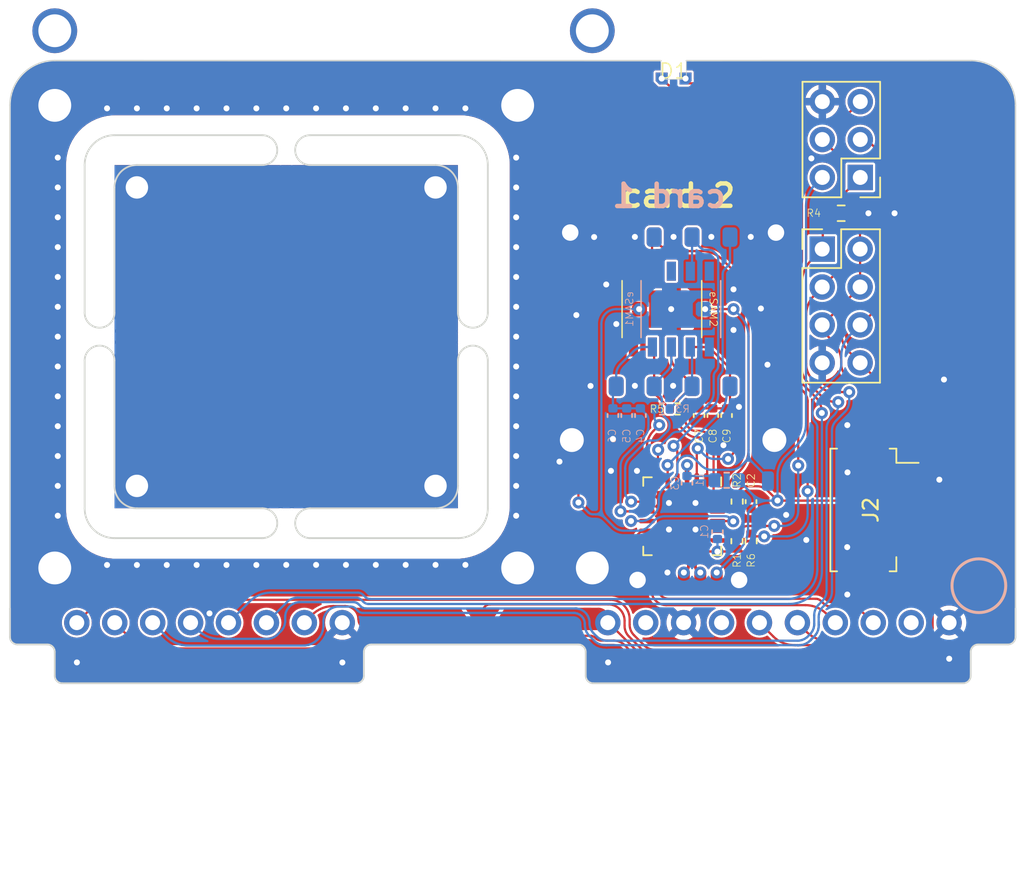
<source format=kicad_pcb>
(kicad_pcb (version 20221018) (generator pcbnew)
  (layers (0 "F.Cu" mixed) (31 "B.Cu" mixed) (34 "B.Paste" user) (35 "F.Paste" user) (36 "B.SilkS" user "B.Silkscreen") (37 "F.SilkS" user "F.Silkscreen") (38 "B.Mask" user) (39 "F.Mask" user) (44 "Edge.Cuts" user))
  (net 0 "")
  (net 1 "+3.3V")
  (net 2 "/VDD5")
  (net 3 "/~{RESET}")
  (net 4 "MISO")
  (net 5 "CLK")
  (net 6 "+3.3VA")
  (net 7 "/SC1_VCC")
  (net 8 "/LED_ACT")
  (net 9 "/PB14")
  (net 10 "+5V")
  (net 11 "GND")
  (net 12 "/EN")
  (net 13 "RST")
  (net 14 "/PC0")
  (net 15 "/PC1")
  (net 16 "/UART_RX")
  (net 17 "/UART_TX")
  (net 18 "/SWDIO")
  (net 19 "/SWCLK")
  (net 20 "/PC3")
  (net 21 "/USB_DP")
  (net 22 "/SC1_RST")
  (net 23 "/SC1_CLK")
  (net 24 "/SC1_C4")
  (net 25 "/SC1_IO")
  (net 26 "/SC1_C8")
  (net 27 "/SC1_PRSNT")
  (net 28 "Net-(U2-SC1_CLK)")
  (net 29 "/SEC_CTS")
  (net 30 "/SEC_RTS")
  (net 33 "/SC2_RST")
  (net 34 "/SC2_VCC")
  (net 35 "/SC2_PRsNT")
  (net 36 "/SC2_IO")
  (net 37 "Net-(U2-SC2_CLK)")
  (net 38 "/USB_DN")
  (net 39 "MOSI")
  (net 40 "CS")
  (net 41 "/SC2_CLK")
  (net 42 "Net-(D1-A)")
  (footprint "Capacitor_SMD:C_0402_1005Metric" (layer "F.Cu") (at 168 125.15 90)
    (fp_text reference "C2")
    (fp_text value "0.1uF")
  )
  (footprint "Logos:[UHF RFID for Flipper] repo by Frux" (layer "F.Cu") (at 136.87 114.1)
    (fp_text reference "[UHF | RFID for Flipper] repo by Frux")
    (fp_text value "[UHF RFID for Flipper] repo by Frux")
  )
  (footprint "Custom footprints:SIMMP-00801B000-G sim card connector w plated holes" (layer "F.Cu") (at 166.59 117.42 -90)
    (fp_text reference "SAM2")
    (fp_text value "SIM_Card")
  )
  (footprint "Package_DFN_QFN:QFN-24-1EP_5x5mm_P0.65mm_EP3.2x3.2mm" (layer "F.Cu") (at 163.39 126.13 -90)
    (fp_text reference "U2" hide)
    (fp_text value "SEC1210")
  )
  (footprint "Connector_Molex:Molex_PicoBlade_53261-0571_1x05-1MP_P1.25mm_Horizontal" (layer "F.Cu") (at 176.02 125.71 -90)
    (fp_text reference "J2")
    (fp_text value "picoblade")
  )
  (footprint "RFID_NFC_footprints:UHF_RFID_35x35_YRM1001_module_through-board no_header with mounting holes 35-40" (layer "F.Cu") (at 136.869 114.0962)
    (fp_text reference "U1" hide)
    (fp_text value "YRM1001")
    (fp_line (start -13.5 -11.5) (end -13.5 -1.600001) (stroke (width 0.12)) (layer "Edge.Cuts"))
    (fp_line (start -13.5 1.6) (end -13.5 11.5) (stroke (width 0.12)) (layer "Edge.Cuts"))
    (fp_line (start -11.500001 10) (end -11.5 1.6) (stroke (width 0.12)) (layer "Edge.Cuts"))
    (fp_line (start -11.5 -1.6) (end -11.5 -10) (stroke (width 0.12)) (layer "Edge.Cuts"))
    (fp_line (start -11.5 13.5) (end -1.6 13.5) (stroke (width 0.12)) (layer "Edge.Cuts"))
    (fp_line (start -10 -11.5) (end -1.6 -11.5) (stroke (width 0.12)) (layer "Edge.Cuts"))
    (fp_line (start -1.6 -13.5) (end -11.5 -13.5) (stroke (width 0.12)) (layer "Edge.Cuts"))
    (fp_line (start -1.6 11.5) (end -10 11.5) (stroke (width 0.12)) (layer "Edge.Cuts"))
    (fp_line (start 1.6 -11.5) (end 10 -11.5) (stroke (width 0.12)) (layer "Edge.Cuts"))
    (fp_line (start 1.6 13.5) (end 11.5 13.5) (stroke (width 0.12)) (layer "Edge.Cuts"))
    (fp_line (start 10 11.5) (end 1.6 11.5) (stroke (width 0.12)) (layer "Edge.Cuts"))
    (fp_line (start 11.5 -13.5) (end 1.6 -13.5) (stroke (width 0.12)) (layer "Edge.Cuts"))
    (fp_line (start 11.5 -1.600001) (end 11.5 -10) (stroke (width 0.12)) (layer "Edge.Cuts"))
    (fp_line (start 11.5 1.6) (end 11.5 10) (stroke (width 0.12)) (layer "Edge.Cuts"))
    (fp_line (start 13.5 -11.5) (end 13.5 -1.6) (stroke (width 0.12)) (layer "Edge.Cuts"))
    (fp_line (start 13.5 1.6) (end 13.5 11.5) (stroke (width 0.12)) (layer "Edge.Cuts"))
    (fp_arc (start -13.5 -11.5) (mid -12.914214 -12.914214) (end -11.5 -13.5) (stroke (width 0.12)) (layer "Edge.Cuts"))
    (fp_arc (start -13.5 1.6) (mid -12.5 0.6) (end -11.5 1.6) (stroke (width 0.12)) (layer "Edge.Cuts"))
    (fp_arc (start -11.5 -10) (mid -11.06066 -11.06066) (end -10 -11.5) (stroke (width 0.12)) (layer "Edge.Cuts"))
    (fp_arc (start -11.5 -1.6) (mid -12.5 -0.6) (end -13.5 -1.600001) (stroke (width 0.12)) (layer "Edge.Cuts"))
    (fp_arc (start -11.5 13.5) (mid -12.914214 12.914214) (end -13.5 11.5) (stroke (width 0.12)) (layer "Edge.Cuts"))
    (fp_arc (start -10 11.5) (mid -11.06066 11.06066) (end -11.5 10) (stroke (width 0.12)) (layer "Edge.Cuts"))
    (fp_arc (start -1.6 -13.5) (mid -0.6 -12.5) (end -1.6 -11.5) (stroke (width 0.12)) (layer "Edge.Cuts"))
    (fp_arc (start -1.6 11.5) (mid -0.6 12.5) (end -1.6 13.5) (stroke (width 0.12)) (layer "Edge.Cuts"))
    (fp_arc (start 1.6 -11.5) (mid 0.6 -12.5) (end 1.6 -13.5) (stroke (width 0.12)) (layer "Edge.Cuts"))
    (fp_arc (start 1.6 13.5) (mid 0.6 12.5) (end 1.6 11.5) (stroke (width 0.12)) (layer "Edge.Cuts"))
    (fp_arc (start 10 -11.5) (mid 11.06066 -11.06066) (end 11.5 -10) (stroke (width 0.12)) (layer "Edge.Cuts"))
    (fp_arc (start 11.5 -13.5) (mid 12.914214 -12.914214) (end 13.5 -11.5) (stroke (width 0.12)) (layer "Edge.Cuts"))
    (fp_arc (start 11.5 1.6) (mid 12.5 0.6) (end 13.5 1.6) (stroke (width 0.12)) (layer "Edge.Cuts"))
    (fp_arc (start 11.5 10) (mid 11.06066 11.06066) (end 10 11.5) (stroke (width 0.12)) (layer "Edge.Cuts"))
    (fp_arc (start 13.5 -1.6) (mid 12.5 -0.6) (end 11.5 -1.600001) (stroke (width 0.12)) (layer "Edge.Cuts"))
    (fp_arc (start 13.5 11.5) (mid 12.914214 12.914214) (end 11.5 13.5) (stroke (width 0.12)) (layer "Edge.Cuts"))
  )
  (footprint "Resistor_SMD:R_0402_1005Metric" (layer "F.Cu") (at 167.068085 125.146383 -90)
    (fp_text reference "R2")
    (fp_text value "100K")
  )
  (footprint "Custom footprints:DFN-8-splitEP_5x5mm_P1.27mm_EP2.5x4mm" (layer "F.Cu") (at 162.028624 112.25 180)
    (fp_text reference "eSAM2")
    (fp_text value "~")
  )
  (footprint "Capacitor_SMD:C_0402_1005Metric" (layer "F.Cu") (at 166.36 119.38 90)
    (fp_text reference "C9")
    (fp_text value "0.1uF")
  )
  (footprint "Resistor_SMD:R_0402_1005Metric" (layer "F.Cu") (at 168 127.8 -90)
    (fp_text reference "R6")
    (fp_text value "330R")
  )
  (footprint "Connector_PinHeader_2.54mm:PinHeader_2x03_P2.54mm_Vertical" (layer "F.Cu") (at 175.314397 103.4267 180)
    (fp_text reference "J4" hide)
    (fp_text value "ICSP")
  )
  (footprint "Resistor_SMD:R_0603_1608Metric" (layer "F.Cu") (at 174.0361 105.8267 180)
    (fp_text reference "R4")
    (fp_text value "10k")
  )
  (footprint "Resistor_SMD:R_0402_1005Metric" (layer "F.Cu") (at 167.06 127.8 -90)
    (fp_text reference "R1")
    (fp_text value "1M")
  )
  (footprint "Capacitor_SMD:C_0402_1005Metric" (layer "F.Cu") (at 164.52 119.38 90)
    (fp_text reference "C7")
    (fp_text value "10uF")
  )
  (footprint "Connector_PinHeader_2.54mm:PinHeader_2x04_P2.54mm_Vertical" (layer "F.Cu") (at 172.764397 108.229)
    (fp_text reference "J3" hide)
    (fp_text value "SPI" hide)
  )
  (footprint "Flipper modules:FZ full module" (layer "F.Cu") (at 122.844 133.2608)
    (fp_text reference "J1" hide)
    (fp_text value "FZ_full_module" hide)
    (fp_line (start -4.475 0.96) (end -4.475 -0.94) (stroke (width 0.12)) (layer "Edge.Cuts"))
    (fp_line (start -1.975 1.46) (end -3.975 1.46) (stroke (width 0.12)) (layer "Edge.Cuts"))
    (fp_line (start -1.475 3.56) (end -1.475 1.96) (stroke (width 0.12)) (layer "Edge.Cuts"))
    (fp_line (start -0.975 4.06) (end 18.725 4.06) (stroke (width 0.12)) (layer "Edge.Cuts"))
    (fp_line (start 19.225 3.56) (end 19.225 1.96) (stroke (width 0.12)) (layer "Edge.Cuts"))
    (fp_line (start 19.725 1.46) (end 33.585 1.46) (stroke (width 0.12)) (layer "Edge.Cuts"))
    (fp_line (start 34.085 1.96) (end 34.085 3.56) (stroke (width 0.12)) (layer "Edge.Cuts"))
    (fp_line (start 34.585 4.06) (end 59.365 4.06) (stroke (width 0.12)) (layer "Edge.Cuts"))
    (fp_line (start 59.865 3.56) (end 59.865 1.96) (stroke (width 0.12)) (layer "Edge.Cuts"))
    (fp_line (start 60.365 1.46) (end 62.365 1.46) (stroke (width 0.12)) (layer "Edge.Cuts"))
    (fp_line (start 62.865 0.96) (end 62.865 -0.94) (stroke (width 0.12)) (layer "Edge.Cuts"))
    (fp_arc (start -3.975 1.46) (mid -4.328553 1.313553) (end -4.475 0.96) (stroke (width 0.12)) (layer "Edge.Cuts"))
    (fp_arc (start -1.975 1.46) (mid -1.621447 1.606447) (end -1.475 1.96) (stroke (width 0.12)) (layer "Edge.Cuts"))
    (fp_arc (start -0.975 4.06) (mid -1.328554 3.913554) (end -1.475 3.56) (stroke (width 0.12)) (layer "Edge.Cuts"))
    (fp_arc (start 19.225 1.96) (mid 19.371447 1.606447) (end 19.725 1.46) (stroke (width 0.12)) (layer "Edge.Cuts"))
    (fp_arc (start 19.225 3.56) (mid 19.078553 3.913553) (end 18.725 4.06) (stroke (width 0.12)) (layer "Edge.Cuts"))
    (fp_arc (start 33.585 1.46) (mid 33.938553 1.606447) (end 34.085 1.96) (stroke (width 0.12)) (layer "Edge.Cuts"))
    (fp_arc (start 34.585 4.06) (mid 34.231447 3.913553) (end 34.085 3.56) (stroke (width 0.12)) (layer "Edge.Cuts"))
    (fp_arc (start 59.865 1.96) (mid 60.011447 1.606447) (end 60.365 1.46) (stroke (width 0.12)) (layer "Edge.Cuts"))
    (fp_arc (start 59.865 3.56) (mid 59.718553 3.913553) (end 59.365 4.06) (stroke (width 0.12)) (layer "Edge.Cuts"))
    (fp_arc (start 62.865 0.96) (mid 62.718553 1.313553) (end 62.365 1.46) (stroke (width 0.12)) (layer "Edge.Cuts"))
  )
  (footprint "Capacitor_SMD:C_0402_1005Metric" (layer "F.Cu") (at 165.44 119.38 90)
    (fp_text reference "C8")
    (fp_text value "1uF")
  )
  (footprint "Custom LEDs:side-edge mount" (layer "F.Cu") (at 162.815 95.6)
    (fp_text reference "D1")
    (fp_text value "LED")
    (fp_line (start -0.85 1.05) (end -0.85 0) (stroke (width 0.05)) (layer "Edge.Cuts"))
    (fp_line (start 0.65 1.25) (end -0.65 1.25) (stroke (width 0.05)) (layer "Edge.Cuts"))
    (fp_line (start 0.85 1.05) (end 0.85 0) (stroke (width 0.05)) (layer "Edge.Cuts"))
    (fp_arc (start -0.85 1.050001) (mid -0.688197 1.088197) (end -0.650001 1.25) (stroke (width 0.05)) (layer "Edge.Cuts"))
    (fp_arc (start 0.650001 1.25) (mid 0.688197 1.088197) (end 0.85 1.050001) (stroke (width 0.05)) (layer "Edge.Cuts"))
  )
  (footprint "Resistor_SMD:R_0402_1005Metric" (layer "F.Cu") (at 163.08 118.940001 180)
    (fp_text reference "R5")
    (fp_text value "43R")
  )
  (footprint "Jumper:SolderJumper-3_P2.0mm_Open_TrianglePad1.0x1.5mm" (layer "F.Cu") (at 150.03 133.01)
    (fp_text reference "JP1" hide)
    (fp_text value "SolderJumper_3_Open")
  )
  (footprint "Capacitor_SMD:C_0402_1005Metric" (layer "B.Cu") (at 163.71 123.91 -90)
    (fp_text reference "C3")
    (fp_text value "1uF")
  )
  (footprint "LOGO" (layer "B.Cu") (at 183.2068 130.7846 90)
    (fp_text reference "G***" hide)
    (fp_text value "LOGO" hide)
  )
  (footprint "Custom footprints:SIMMP-00801B000-G sim card connector w plated holes" (layer "B.Cu") (at 158.97 117.423734 -90)
    (fp_text reference "SAM1")
    (fp_text value "SIM_Card")
  )
  (footprint "Resistor_SMD:R_0402_1005Metric" (layer "B.Cu") (at 162.04 118.940001)
    (fp_text reference "R3")
    (fp_text value "43R")
  )
  (footprint "Logos:Flippermeister" (layer "B.Cu") (at 135.119669 96.974235 180)
    (fp_text reference "G***" hide)
    (fp_text value "Flippermeister" hide)
  )
  (footprint "Capacitor_SMD:C_0402_1005Metric" (layer "B.Cu") (at 160.591 119.38 -90)
    (fp_text reference "C4")
    (fp_text value "10uF")
  )
  (footprint "Capacitor_SMD:C_0402_1005Metric" (layer "B.Cu") (at 165.75 127.175 90)
    (fp_text reference "C1")
    (fp_text value "1uF")
  )
  (footprint "Capacitor_SMD:C_0402_1005Metric" (layer "B.Cu") (at 159.67 119.38 -90)
    (fp_text reference "C5")
    (fp_text value "1uF")
  )
  (footprint "Inductor_SMD:L_0603_1608Metric" (layer "B.Cu") (at 166.37 123.72 180)
    (fp_text reference "L1")
    (fp_text value "2A/0.05DCR")
  )
  (footprint "LOGO" (layer "B.Cu") (at 183.2576 117.3226 90)
    (fp_text reference "G***" hide)
    (fp_text value "LOGO" hide)
  )
  (footprint "Custom footprints:DFN-8-splitEP_5x5mm_P1.27mm_EP2.5x4mm" (layer "B.Cu") (at 163.3 112.25)
    (fp_text reference "eSAM1")
    (fp_text value "~")
  )
  (footprint "Capacitor_SMD:C_0402_1005Metric" (layer "B.Cu") (at 158.75 119.38 -90)
    (fp_text reference "C6")
    (fp_text value "0.1uF")
  )
  (footprint "Logos:[Seader] repo by Bettse" (layer "B.Cu") (at 136.869 114.0962 180)
    (fp_text reference "[Seader] repo by Bettse")
    (fp_text value "[Seader] repo by Bettse" hide)
  )
  (gr_circle locked (center 183.2576 130.7846) (end 183.2576 128.9846) (stroke (width 0.2)) (fill none) (layer "B.SilkS"))
  (gr_line (start 121.368998 95.5962) (end 161.965 95.6) (stroke (width 0.1)) (layer "Edge.Cuts"))
  (gr_line (start 185.709 132.3208) (end 185.709 98.5962) (stroke (width 0.1)) (layer "Edge.Cuts"))
  (gr_arc (start 182.709 95.5962) (mid 184.83032 96.47488) (end 185.709 98.5962) (stroke (width 0.1)) (layer "Edge.Cuts"))
  (gr_arc (start 118.368998 98.596202) (mid 119.247678 96.474882) (end 121.368998 95.596202) (stroke (width 0.1)) (layer "Edge.Cuts"))
  (gr_line (start 163.665 95.6) (end 182.709 95.5962) (stroke (width 0.1)) (layer "Edge.Cuts"))
  (gr_line (start 118.369 132.3208) (end 118.368998 98.596202) (stroke (width 0.1)) (layer "Edge.Cuts"))
  (gr_text "card 1" (at 162.5006 105.5404) (layer "B.SilkS") (effects (font (size 1.5 1.5) (thickness 0.3) bold) (justify bottom mirror)))
  (gr_text "card 2" (at 163.15 105.525) (layer "F.SilkS") (effects (font (size 1.5 1.5) (thickness 0.3) bold) (justify bottom)))
  (segment (start 180.479214 134.535) (end 181.480786 134.535) (width 0.15) (layer "F.Cu") (net 1))
  (segment (start 174.9409 106.357652) (end 174.9409 105.962927) (width 0.15) (layer "F.Cu") (net 1))
  (segment (start 175.304397 110.769) (end 175.304397 108.229) (width 0.15) (layer "F.Cu") (net 1))
  (segment (start 157.776452 132.336175) (end 156.823548 132.336175) (width 0.15) (layer "F.Cu") (net 1))
  (segment (start 182.217107 132.137107) (end 182.015786 131.935786) (width 0.15) (layer "F.Cu") (net 1))
  (segment (start 161.28995 135.68) (end 178.505786 135.68) (width 0.15) (layer "F.Cu") (net 1))
  (segment (start 174.0408 115.93484) (end 174.0408 115.795235) (width 0.15) (layer "F.Cu") (net 1))
  (segment (start 172.764397 113.690405) (end 172.764397 113.309) (width 0.15) (layer "F.Cu") (net 1))
  (segment (start 175.2965 107.216147) (end 175.2965 108.2347) (width 0.15) (layer "F.Cu") (net 1))
  (segment (start 158.419348 133.34) (end 158.419348 132.979071) (width 0.15) (layer "F.Cu") (net 1))
  (segment (start 180.844213 121.814613) (end 176.357333 117.327733) (width 0.15) (layer "F.Cu") (net 1))
  (segment (start 182.51 133.505786) (end 182.51 132.844214) (width 0.15) (layer "F.Cu") (net 1))
  (segment (start 173.455013 114.381021) (end 172.764397 113.690405) (width 0.15) (layer "F.Cu") (net 1))
  (segment (start 151.5 133.45) (end 158.645736 133.45) (width 0.15) (layer "F.Cu") (net 1))
  (segment (start 158.645736 133.45) (end 160.582843 135.387107) (width 0.15) (layer "F.Cu") (net 1))
  (segment (start 182.187893 134.242107) (end 182.217107 134.212893) (width 0.15) (layer "F.Cu") (net 1))
  (segment (start 179.212893 135.387107) (end 179.772107 134.827893) (width 0.15) (layer "F.Cu") (net 1))
  (segment (start 181.43 130.521573) (end 181.43 123.228827) (width 0.15) (layer "F.Cu") (net 1))
  (segment (start 175.650226 117.03484) (end 175.1408 117.03484) (width 0.15) (layer "F.Cu") (net 1))
  (segment (start 172.764397 113.309) (end 175.304397 110.769) (width 0.15) (layer "F.Cu") (net 1))
  (arc (start 175.1187 106.7869) (mid 175.250291 106.98384) (end 175.2965 107.216147) (width 0.15) (layer "F.Cu") (net 1))
  (arc (start 182.51 132.844214) (mid 182.43388 132.46153) (end 182.217107 132.137107) (width 0.15) (layer "F.Cu") (net 1))
  (arc (start 160.582843 135.387107) (mid 160.907267 135.60388) (end 161.28995 135.68) (width 0.15) (layer "F.Cu") (net 1))
  (arc (start 182.015786 131.935786) (mid 181.582241 131.28694) (end 181.43 130.521573) (width 0.15) (layer "F.Cu") (net 1))
  (arc (start 176.357333 117.327733) (mid 176.03291 117.11096) (end 175.650226 117.03484) (width 0.15) (layer "F.Cu") (net 1))
  (arc (start 175.1187 106.7869) (mid 174.987108 106.589959) (end 174.9409 106.357652) (width 0.15) (layer "F.Cu") (net 1))
  (arc (start 178.505786 135.68) (mid 178.888469 135.60388) (end 179.212893 135.387107) (width 0.15) (layer "F.Cu") (net 1))
  (arc (start 157.776452 132.336175) (mid 158.022478 132.385112) (end 158.231048 132.524475) (width 0.15) (layer "F.Cu") (net 1))
  (arc (start 179.772107 134.827893) (mid 180.096531 134.61112) (end 180.479214 134.535) (width 0.15) (layer "F.Cu") (net 1))
  (arc (start 180.844213 121.814613) (mid 181.277759 122.46346) (end 181.43 123.228827) (width 0.15) (layer "F.Cu") (net 1))
  (arc (start 175.1408 117.03484) (mid 174.362983 116.712657) (end 174.0408 115.93484) (width 0.15) (layer "F.Cu") (net 1))
  (arc (start 182.217107 134.212893) (mid 182.43388 133.888469) (end 182.51 133.505786) (width 0.15) (layer "F.Cu") (net 1))
  (arc (start 181.480786 134.535) (mid 181.86347 134.45888) (end 182.187893 134.242107) (width 0.15) (layer "F.Cu") (net 1))
  (arc (start 158.231048 132.524475) (mid 158.370411 132.733045) (end 158.419348 132.979071) (width 0.15) (layer "F.Cu") (net 1))
  (arc (start 174.0408 115.795235) (mid 173.888559 115.029868) (end 173.455013 114.381021) (width 0.15) (layer "F.Cu") (net 1))
  (segment (start 163.714999 122.705001) (end 163.72 122.7) (width 0.3) (layer "F.Cu") (net 2))
  (segment (start 163.714999 123.767498) (end 163.714999 122.705001) (width 0.3) (layer "F.Cu") (net 2))
  (via (at 163.72 122.7) (size 0.8) (drill 0.4) (layers "F.Cu" "B.Cu") (net 2))
  (segment (start 165.5825 123.72) (end 165.2925 123.43) (width 0.15) (layer "B.Cu") (net 2))
  (segment (start 163.71 123.43) (end 163.71 122.71) (width 0.15) (layer "B.Cu") (net 2))
  (segment (start 165.2925 123.43) (end 163.71 123.43) (width 0.15) (layer "B.Cu") (net 2))
  (segment (start 163.71 122.71) (end 163.72 122.7) (width 0.15) (layer "B.Cu") (net 2))
  (segment (start 167.087972 125.609029) (end 167.088 125.608997) (width 0.15) (layer "F.Cu") (net 3))
  (segment (start 166.637714 125.804997) (end 165.7525 125.804999) (width 0.15) (layer "F.Cu") (net 3))
  (segment (start 167.087769 125.609236) (end 167.087713 125.609294) (width 0.15) (layer "F.Cu") (net 3))
  (segment (start 167.087065 125.609939) (end 167.086714 125.610291) (width 0.15) (layer "F.Cu") (net 3))
  (segment (start 167.005359 125.626383) (end 167.068084 125.626382) (width 0.15) (layer "F.Cu") (net 3))
  (segment (start 167.124216 125.593997) (end 167.963997 125.593997) (width 0.15) (layer "F.Cu") (net 3))
  (segment (start 167.087592 125.609411) (end 167.087535 125.609469) (width 0.15) (layer "F.Cu") (net 3))
  (segment (start 166.853322 125.715691) (end 166.898281 125.670736) (width 0.15) (layer "F.Cu") (net 3))
  (segment (start 167.963997 125.593997) (end 168 125.63) (width 0.15) (layer "F.Cu") (net 3))
  (segment (start 167.087914 125.609086) (end 167.087885 125.60912) (width 0.15) (layer "F.Cu") (net 3))
  (arc (start 166.898281 125.670736) (mid 166.947408 125.637912) (end 167.005359 125.626383) (width 0.15) (layer "F.Cu") (net 3))
  (arc (start 166.853322 125.715691) (mid 166.754402 125.78179) (end 166.637714 125.804997) (width 0.15) (layer "F.Cu") (net 3))
  (segment (start 172.128737 116.978737) (end 172.519359 117.369359) (width 0.15) (layer "F.Cu") (net 4))
  (segment (start 173.580019 117.808699) (end 174.573462 117.808699) (width 0.15) (layer "F.Cu") (net 4))
  (segment (start 174.0519 109.067283) (end 174.0519 105.103411) (width 0.15) (layer "F.Cu") (net 4))
  (segment (start 172.794797 110.769) (end 172.242097 111.3217) (width 0.15) (layer "F.Cu") (net 4))
  (segment (start 171.689397 112.656035) (end 171.689397 115.918077) (width 0.15) (layer "F.Cu") (net 4))
  (segment (start 172.764397 110.769) (end 173.759007 109.77439) (width 0.15) (layer "F.Cu") (net 4))
  (segment (start 174.344793 104.396304) (end 175.314397 103.4267) (width 0.15) (layer "F.Cu") (net 4))
  (via (at 174.573462 117.808699) (size 0.8) (drill 0.4) (layers "F.Cu" "B.Cu") (net 4))
  (arc (start 172.242097 111.3217) (mid 171.833032 111.933898) (end 171.689397 112.656035) (width 0.15) (layer "F.Cu") (net 4))
  (arc (start 171.689397 115.918077) (mid 171.803578 116.492102) (end 172.128737 116.978737) (width 0.15) (layer "F.Cu") (net 4))
  (arc (start 173.580019 117.808699) (mid 173.005994 117.694518) (end 172.519359 117.369359) (width 0.15) (layer "F.Cu") (net 4))
  (arc (start 174.0519 105.103411) (mid 174.12802 104.720728) (end 174.344793 104.396304) (width 0.15) (layer "F.Cu") (net 4))
  (arc (start 174.0519 109.067283) (mid 173.97578 109.449966) (end 173.759007 109.77439) (width 0.15) (layer "F.Cu") (net 4))
  (segment (start 172.53 133.463235) (end 172.53 133.47005) (width 0.15) (layer "B.Cu") (net 4))
  (segment (start 171.140721 134.786422) (end 171.116144 134.77) (width 0.15) (layer "B.Cu") (net 4))
  (segment (start 156.87 133.425786) (end 156.87 133.36) (width 0.15) (layer "B.Cu") (net 4))
  (segment (start 139.584979 132.549757) (end 139.475785 132.713177) (width 0.15) (layer "B.Cu") (net 4))
  (segment (start 139.475785 132.713177) (end 139.400571 132.89476) (width 0.15) (layer "B.Cu") (net 4))
  (segment (start 172.53 132.898428) (end 172.53 133.225198) (width 0.15) (layer "B.Cu") (net 4))
  (segment (start 172.489571 133.761136) (end 172.414354 133.94275) (width 0.15) (layer "B.Cu") (net 4))
  (segment (start 138.360113 134.749161) (end 138.127898 134.790106) (width 0.15) (layer "B.Cu") (net 4))
  (segment (start 172.532544 133.227851) (end 172.53 133.348944) (width 0.15) (layer "B.Cu") (net 4))
  (segment (start 157.923126 134.729587) (end 157.741511 134.654363) (width 0.15) (layer "B.Cu") (net 4))
  (segment (start 172.067625 134.350225) (end 172.065752 134.350264) (width 0.15) (layer "B.Cu") (net 4))
  (segment (start 157.09484 134.061944) (end 156.985629 133.898493) (width 0.15) (layer "B.Cu") (net 4))
  (segment (start 170.98518 134.77) (end 158.484802 134.77) (width 0.15) (layer "B.Cu") (net 4))
  (segment (start 171.223286 134.77) (end 171.140721 134.786422) (width 0.15) (layer "B.Cu") (net 4))
  (segment (start 139.236001 134.014219) (end 139.1181 134.218424) (width 0.15) (layer "B.Cu") (net 4))
  (segment (start 172.343977 134.048096) (end 172.343967 134.0481) (width 0.15) (layer "B.Cu") (net 4))
  (segment (start 172.414354 133.94275) (end 172.343989 134.048067) (width 0.15) (layer "B.Cu") (net 4))
  (segment (start 156.985629 133.898493) (end 156.910403 133.716877) (width 0.15) (layer "B.Cu") (net 4))
  (segment (start 156.520413 132.722747) (end 156.368571 132.649624) (width 0.15) (layer "B.Cu") (net 4))
  (segment (start 156.12 132.61) (end 142.017107 132.61) (width 0.15) (layer "B.Cu") (net 4))
  (segment (start 156.830376 133.111429) (end 156.757253 132.959587) (width 0.15) (layer "B.Cu") (net 4))
  (segment (start 138.58169 134.668515) (end 138.360113 134.749161) (width 0.15) (layer "B.Cu") (net 4))
  (segment (start 139.362227 133.087528) (end 139.36 133.1858) (width 0.15) (layer "B.Cu") (net 4))
  (segment (start 171.94191 134.472354) (end 171.937157 134.477107) (width 0.15) (layer "B.Cu") (net 4))
  (segment (start 139.36 133.442532) (end 139.357603 133.56043) (width 0.15) (layer "B.Cu") (net 4))
  (segment (start 156.652176 132.827824) (end 156.520413 132.722747) (width 0.15) (layer "B.Cu") (net 4))
  (segment (start 171.702767 134.654385) (end 171.521147 134.729606) (width 0.15) (layer "B.Cu") (net 4))
  (segment (start 156.87 133.36) (end 156.869798 133.351996) (width 0.15) (layer "B.Cu") (net 4))
  (segment (start 174.280569 119.139) (end 173.710301 119.709268) (width 0.15) (layer "B.Cu") (net 4))
  (segment (start 157.162893 134.132893) (end 157.09484 134.061944) (width 0.15) (layer "B.Cu") (net 4))
  (segment (start 138.01 134.792532) (end 130.284159 134.792532) (width 0.15) (layer "B.Cu") (net 4))
  (segment (start 172.232317 134.181947) (end 172.185557 134.251929) (width 0.15) (layer "B.Cu") (net 4))
  (segment (start 156.863578 133.320721) (end 156.868814 133.312886) (width 0.15) (layer "B.Cu") (net 4))
  (segment (start 157.507107 134.477107) (end 157.162893 134.132893) (width 0.15) (layer "B.Cu") (net 4))
  (segment (start 171.328341 134.767948) (end 171.23005 134.77) (width 0.15) (layer "B.Cu") (net 4))
  (segment (start 128.869946 134.206746) (end 127.924 133.2608) (width 0.15) (layer "B.Cu") (net 4))
  (segment (start 172.514263 133.636969) (end 172.489571 133.761136) (width 0.15) (layer "B.Cu") (net 4))
  (segment (start 156.872055 133.524075) (end 156.87 133.425786) (width 0.15) (layer "B.Cu") (net 4))
  (segment (start 172.305149 134.1062) (end 172.237107 134.177157) (width 0.15) (layer "B.Cu") (net 4))
  (segment (start 173.417408 120.416375) (end 173.417408 131.182592) (width 0.15) (layer "B.Cu") (net 4))
  (segment (start 139.357603 133.56043) (end 139.316653 133.792644) (width 0.15) (layer "B.Cu") (net 4))
  (segment (start 158.353841 134.77) (end 158.329279 134.786412) (width 0.15) (layer "B.Cu") (net 4))
  (segment (start 172.343989 134.048067) (end 172.343977 134.048096) (width 0.15) (layer "B.Cu") (net 4))
  (segment (start 156.867878 133.275734) (end 156.830376 133.111429) (width 0.15) (layer "B.Cu") (net 4))
  (segment (start 172.53 133.225198) (end 172.532544 133.227851) (width 0.15) (layer "B.Cu") (net 4))
  (segment (start 129.398597 134.588279) (end 129.171782 134.457324) (width 0.15) (layer "B.Cu") (net 4))
  (segment (start 172.011934 134.425567) (end 171.94191 134.472354) (width 0.15) (layer "B.Cu") (net 4))
  (segment (start 171.866223 134.545177) (end 171.702767 134.654385) (width 0.15) (layer "B.Cu") (net 4))
  (segment (start 130.284159 134.792532) (end 130.153207 134.790487) (width 0.15) (layer "B.Cu") (net 4))
  (segment (start 138.127898 134.790106) (end 138.01 134.792532) (width 0.15) (layer "B.Cu") (net 4))
  (segment (start 172.53 133.356159) (end 172.546412 133.380721) (width 0.15) (layer "B.Cu") (net 4))
  (segment (start 158.246765 134.77) (end 158.214214 134.77) (width 0.15) (layer "B.Cu") (net 4))
  (segment (start 171.521147 134.729606) (end 171.328341 134.767948) (width 0.15) (layer "B.Cu") (net 4))
  (segment (start 130.153207 134.790487) (end 129.893544 134.756298) (width 0.15) (layer "B.Cu") (net 4))
  (segment (start 129.893544 134.756298) (end 129.640564 134.688508) (width 0.15) (layer "B.Cu") (net 4))
  (segment (start 172.022818 134.391446) (end 172.017704 134.39656) (width 0.15) (layer "B.Cu") (net 4))
  (segment (start 139.1181 134.218424) (end 138.96653 134.399053) (width 0.15) (layer "B.Cu") (net 4))
  (segment (start 172.237107 134.177157) (end 172.232317 134.181947) (width 0.15) (layer "B.Cu") (net 4))
  (segment (start 158.115926 134.767935) (end 157.923126 134.729587) (width 0.15) (layer "B.Cu") (net 4))
  (segment (start 129.171782 134.457324) (end 128.964001 134.297886) (width 0.15) (layer "B.Cu") (net 4))
  (segment (start 156.910403 133.716877) (end 156.872055 133.524075) (width 0.15) (layer "B.Cu") (net 4))
  (segment (start 139.36 133.1858) (end 139.36 133.442532) (width 0.15) (layer "B.Cu") (net 4))
  (segment (start 140.06896 132.226371) (end 139.887377 132.301585) (width 0.15) (layer "B.Cu") (net 4))
  (segment (start 172.53 133.348944) (end 172.53 133.356159) (width 0.15) (layer "B.Cu") (net 4))
  (segment (start 158.329279 134.786412) (end 158.246765 134.77) (width 0.15) (layer "B.Cu") (net 4))
  (segment (start 157.578063 134.545152) (end 157.507107 134.477107) (width 0.15) (layer "B.Cu") (net 4))
  (segment (start 173.124515 131.889699) (end 172.822893 132.191321) (width 0.15) (layer "B.Cu") (net 4))
  (segment (start 158.214214 134.77) (end 158.115926 134.767935) (width 0.15) (layer "B.Cu") (net 4))
  (segment (start 158.361056 134.77) (end 158.353841 134.77) (width 0.15) (layer "B.Cu") (net 4))
  (segment (start 156.757253 132.959587) (end 156.652176 132.827824) (width 0.15) (layer "B.Cu") (net 4))
  (segment (start 138.96653 134.399053) (end 138.785897 134.550618) (width 0.15) (layer "B.Cu") (net 4))
  (segment (start 172.110239 134.307593) (end 172.088647 134.328304) (width 0.15) (layer "B.Cu") (net 4))
  (segment (start 139.400571 132.89476) (end 139.362227 133.087528) (width 0.15) (layer "B.Cu") (net 4))
  (segment (start 141.178693 132.1858) (end 140.36 132.1858) (width 0.15) (layer "B.Cu") (net 4))
  (segment (start 157.741511 134.654363) (end 157.578063 134.545152) (width 0.15) (layer "B.Cu") (net 4))
  (segment (start 156.368571 132.649624) (end 156.204266 132.612122) (width 0.15) (layer "B.Cu") (net 4))
  (segment (start 156.204266 132.612122) (end 156.12 132.61) (width 0.15) (layer "B.Cu") (net 4))
  (segment (start 172.514305 133.636869) (end 172.514263 133.636969) (width 0.15) (layer "B.Cu") (net 4))
  (segment (start 171.937157 134.477107) (end 171.866223 134.545177) (width 0.15) (layer "B.Cu") (net 4))
  (segment (start 129.640564 134.688508) (end 129.398597 134.588279) (width 0.15) (layer "B.Cu") (net 4))
  (segment (start 172.527912 133.568337) (end 172.51429 133.636834) (width 0.15) (layer "B.Cu") (net 4))
  (segment (start 156.869798 133.351996) (end 156.863578 133.320721) (width 0.15) (layer "B.Cu") (net 4))
  (segment (start 138.785897 134.550618) (end 138.58169 134.668515) (width 0.15) (layer "B.Cu") (net 4))
  (segment (start 172.53 133.47005) (end 172.527912 133.568337) (width 0.15) (layer "B.Cu") (net 4))
  (segment (start 128.964001 134.297886) (end 128.869946 134.206746) (width 0.15) (layer "B.Cu") (net 4))
  (segment (start 156.868814 133.312886) (end 156.867878 133.275734) (width 0.15) (layer "B.Cu") (net 4))
  (segment (start 172.343967 134.0481) (end 172.305149 134.1062) (width 0.15) (layer "B.Cu") (net 4))
  (segment (start 140.261728 132.188027) (end 140.06896 132.226371) (width 0.15) (layer "B.Cu") (net 4))
  (segment (start 141.663553 132.463553) (end 141.532246 132.332246) (width 0.15) (layer "B.Cu") (net 4))
  (segment (start 171.116144 134.77) (end 171.108907 134.77) (width 0.15) (layer "B.Cu") (net 4))
  (segment (start 172.185557 134.251929) (end 172.156569 134.257695) (width 0.15) (layer "B.Cu") (net 4))
  (segment (start 158.484802 134.77) (end 158.482149 134.772544) (width 0.15) (layer "B.Cu") (net 4))
  (segment (start 172.51429 133.636834) (end 172.514305 133.636869) (width 0.15) (layer "B.Cu") (net 4))
  (segment (start 140.36 132.1858) (end 140.261728 132.188027) (width 0.15) (layer "B.Cu") (net 4))
  (segment (start 172.088647 134.328304) (end 172.067625 134.350225) (width 0.15) (layer "B.Cu") (net 4))
  (segment (start 174.573462 117.808699) (end 174.573462 118.431893) (width 0.15) (layer "B.Cu") (net 4))
  (segment (start 139.316653 133.792644) (end 139.236001 134.014219) (width 0.15) (layer "B.Cu") (net 4))
  (segment (start 139.887377 132.301585) (end 139.723957 132.410779) (width 0.15) (layer "B.Cu") (net 4))
  (segment (start 172.017704 134.39656) (end 172.011934 134.425567) (width 0.15) (layer "B.Cu") (net 4))
  (segment (start 139.723957 132.410779) (end 139.584979 132.549757) (width 0.15) (layer "B.Cu") (net 4))
  (segment (start 171.108907 134.77) (end 170.98782 134.772532) (width 0.15) (layer "B.Cu") (net 4))
  (segment (start 172.546412 133.380721) (end 172.53 133.463235) (width 0.15) (layer "B.Cu") (net 4))
  (segment (start 170.98782 134.772532) (end 170.98518 134.77) (width 0.15) (layer "B.Cu") (net 4))
  (segment (start 172.151457 134.262807) (end 172.110277 134.305748) (width 0.15) (layer "B.Cu") (net 4))
  (segment (start 172.156569 134.257695) (end 172.151457 134.262807) (width 0.15) (layer "B.Cu") (net 4))
  (segment (start 172.065752 134.350264) (end 172.022818 134.391446) (width 0.15) (layer "B.Cu") (net 4))
  (segment (start 172.110277 134.305748) (end 172.110239 134.307593) (width 0.15) (layer "B.Cu") (net 4))
  (segment (start 171.23005 134.77) (end 171.223286 134.77) (width 0.15) (layer "B.Cu") (net 4))
  (segment (start 158.482149 134.772544) (end 158.361056 134.77) (width 0.15) (layer "B.Cu") (net 4))
  (arc (start 174.573462 118.431893) (mid 174.497342 118.814576) (end 174.280569 119.139) (width 0.15) (layer "B.Cu") (net 4))
  (arc (start 173.417408 131.182592) (mid 173.341288 131.565276) (end 173.124515 131.889699) (width 0.15) (layer "B.Cu") (net 4))
  (arc (start 173.710301 119.709268) (mid 173.493528 120.033692) (end 173.417408 120.416375) (width 0.15) (layer "B.Cu") (net 4))
  (arc (start 141.178693 132.1858) (mid 141.370034 132.22386) (end 141.532246 132.332246) (width 0.15) (layer "B.Cu") (net 4))
  (arc (start 172.822893 132.191321) (mid 172.60612 132.515744) (end 172.53 132.898428) (width 0.15) (layer "B.Cu") (net 4))
  (arc (start 141.663553 132.463553) (mid 141.825765 132.57194) (end 142.017107 132.61) (width 0.15) (layer "B.Cu") (net 4))
  (segment (start 176.832053 102.375114) (end 176.832053 110.983317) (width 0.15) (layer "F.Cu") (net 5))
  (segment (start 176.53916 101.668007) (end 175.757853 100.8867) (width 0.15) (layer "F.Cu") (net 5))
  (segment (start 176.246266 112.397531) (end 175.334797 113.309) (width 0.15) (layer "F.Cu") (net 5))
  (segment (start 175.757853 100.8867) (end 175.314397 100.8867) (width 0.15) (layer "F.Cu") (net 5))
  (arc (start 176.53916 101.668007) (mid 176.755933 101.99243) (end 176.832053 102.375114) (width 0.15) (layer "F.Cu") (net 5))
  (arc (start 176.246266 112.397531) (mid 176.679812 111.748684) (end 176.832053 110.983317) (width 0.15) (layer "F.Cu") (net 5))
  (segment (start 142.016446 131.396446) (end 142.149417 131.529417) (width 0.15) (layer "B.Cu") (net 5))
  (segment (start 174.244179 114.516222) (end 174.375134 114.289396) (width 0.15) (layer "B.Cu") (net 5))
  (segment (start 174.04 115.952624) (end 174.04 115.401824) (width 0.15) (layer "B.Cu") (net 5))
  (segment (start 133.004 133.2608) (end 134.429013 131.835787) (width 0.15) (layer "B.Cu") (net 5))
  (segment (start 174.375134 114.289396) (end 174.534576 114.081603) (width 0.15) (layer "B.Cu") (net 5))
  (segment (start 172.435864 129.675864) (end 172.435864 120.172971) (width 0.15) (layer "B.Cu") (net 5))
  (segment (start 174.041982 115.270867) (end 174.076165 115.011192) (width 0.15) (layer "B.Cu") (net 5))
  (segment (start 174.534576 114.081603) (end 174.625786 113.987611) (width 0.15) (layer "B.Cu") (net 5))
  (segment (start 174.625786 113.987611) (end 175.304397 113.309) (width 0.15) (layer "B.Cu") (net 5))
  (segment (start 174.04 115.401824) (end 174.041982 115.270867) (width 0.15) (layer "B.Cu") (net 5))
  (segment (start 172.115 119.437893) (end 172.115 118.706052) (width 0.15) (layer "B.Cu") (net 5))
  (segment (start 174.076165 115.011192) (end 174.143951 114.758201) (width 0.15) (layer "B.Cu") (net 5))
  (segment (start 172.289417 119.819417) (end 172.261446 119.791446) (width 0.15) (layer "B.Cu") (net 5))
  (segment (start 172.407893 117.998945) (end 173.747107 116.659731) (width 0.15) (layer "B.Cu") (net 5))
  (segment (start 135.843227 131.25) (end 141.662893 131.25) (width 0.15) (layer "B.Cu") (net 5))
  (segment (start 142.502971 131.675864) (end 170.435864 131.675864) (width 0.15) (layer "B.Cu") (net 5))
  (segment (start 174.143951 114.758201) (end 174.244179 114.516222) (width 0.15) (layer "B.Cu") (net 5))
  (arc (start 172.407893 117.998945) (mid 172.19112 118.323368) (end 172.115 118.706052) (width 0.15) (layer "B.Cu") (net 5))
  (arc (start 172.435864 120.172971) (mid 172.397804 119.981629) (end 172.289417 119.819417) (width 0.15) (layer "B.Cu") (net 5))
  (arc (start 134.429013 131.835787) (mid 135.07786 131.402241) (end 135.843227 131.25) (width 0.15) (layer "B.Cu") (net 5))
  (arc (start 141.662893 131.25) (mid 141.854234 131.28806) (end 142.016446 131.396446) (width 0.15) (layer "B.Cu") (net 5))
  (arc (start 172.115 119.437893) (mid 172.15306 119.629234) (end 172.261446 119.791446) (width 0.15) (layer "B.Cu") (net 5))
  (arc (start 142.149417 131.529417) (mid 142.311629 131.637804) (end 142.502971 131.675864) (width 0.15) (layer "B.Cu") (net 5))
  (arc (start 173.747107 116.659731) (mid 173.96388 116.335308) (end 174.04 115.952624) (width 0.15) (layer "B.Cu") (net 5))
  (arc (start 170.435864 131.675864) (mid 171.850078 131.090078) (end 172.435864 129.675864) (width 0.15) (layer "B.Cu") (net 5))
  (segment (start 165.014998 128.4925) (end 165.7425 128.4925) (width 0.15) (layer "F.Cu") (net 6))
  (segment (start 165.7575 128.4925) (end 167.8775 128.4925) (width 0.15) (layer "F.Cu") (net 6))
  (segment (start 165.75 128.5) (end 165.7575 128.4925) (width 0.15) (layer "F.Cu") (net 6))
  (segment (start 167.8775 128.4925) (end 168.05 128.32) (width 0.15) (layer "F.Cu") (net 6))
  (segment (start 165.7425 128.4925) (end 165.75 128.5) (width 0.15) (layer "F.Cu") (net 6))
  (via (at 165.75 128.5) (size 0.8) (drill 0.4) (layers "F.Cu" "B.Cu") (net 6))
  (segment (start 165.75 127.655) (end 165.75 128.5) (width 0.15) (layer "B.Cu") (net 6))
  (segment (start 161.0275 125.805) (end 159.265 125.805) (width 0.15) (layer "F.Cu") (net 7))
  (segment (start 159.265 125.805) (end 159.26 125.8) (width 0.15) (layer "F.Cu") (net 7))
  (via (at 159.26 125.8) (size 0.8) (drill 0.4) (layers "F.Cu" "B.Cu") (net 7))
  (segment (start 160.833107 120.796893) (end 159.552893 122.077107) (width 0.15) (layer "B.Cu") (net 7))
  (segment (start 159.262893 115.937107) (end 160.117107 115.082893) (width 0.15) (layer "B.Cu") (net 7))
  (segment (start 158.75 118.9) (end 158.75 117.420334) (width 0.15) (layer "B.Cu") (net 7))
  (segment (start 160.591 118.9) (end 158.75 118.9) (width 0.15) (layer "B.Cu") (net 7))
  (segment (start 161.126 119.642107) (end 161.126 120.089786) (width 0.15) (layer "B.Cu") (net 7))
  (segment (start 160.824214 114.79) (end 161.395 114.79) (width 0.15) (layer "B.Cu") (net 7))
  (segment (start 158.97 117.423734) (end 158.97 116.644214) (width 0.15) (layer "B.Cu") (net 7))
  (segment (start 159.26 122.784214) (end 159.26 125.8) (width 0.15) (layer "B.Cu") (net 7))
  (segment (start 160.591 118.9) (end 160.979554 119.288554) (width 0.15) (layer "B.Cu") (net 7))
  (arc (start 160.979554 119.288554) (mid 161.08794 119.450766) (end 161.126 119.642107) (width 0.15) (layer "B.Cu") (net 7))
  (arc (start 159.262893 115.937107) (mid 159.04612 116.26153) (end 158.97 116.644214) (width 0.15) (layer "B.Cu") (net 7))
  (arc (start 159.26 122.784214) (mid 159.33612 122.401531) (end 159.552893 122.077107) (width 0.15) (layer "B.Cu") (net 7))
  (arc (start 160.824214 114.79) (mid 160.441531 114.86612) (end 160.117107 115.082893) (width 0.15) (layer "B.Cu") (net 7))
  (arc (start 161.126 120.089786) (mid 161.04988 120.472469) (end 160.833107 120.796893) (width 0.15) (layer "B.Cu") (net 7))
  (segment (start 170.858904 117.554391) (end 170.79 117.482896) (width 0.15) (layer "F.Cu") (net 8))
  (segment (start 171.16 122.730014) (end 171.16 118.376155) (width 0.15) (layer "F.Cu") (net 8))
  (segment (start 170.6044 117.250761) (end 170.514258 117.073851) (width 0.15) (layer "F.Cu") (net 8))
  (segment (start 171.158184 118.276878) (end 171.127118 118.08077) (width 0.15) (layer "F.Cu") (net 8))
  (segment (start 170.79 117.482896) (end 170.721107 117.411392) (width 0.15) (layer "F.Cu") (net 8))
  (segment (start 167.06 127.11) (end 165.7575 127.11) (width 0.15) (layer "F.Cu") (net 8))
  (segment (start 162.357107 97.137107) (end 162.135089 96.915089) (width 0.15) (layer "F.Cu") (net 8))
  (segment (start 162.112535 96.915089) (end 162.015 96.817554) (width 0.15) (layer "F.Cu") (net 8))
  (segment (start 171.065757 117.891935) (end 170.975613 117.715023) (width 0.15) (layer "F.Cu") (net 8))
  (segment (start 169.55 126.779956) (end 169.548787 126.781169) (width 0.15) (layer "F.Cu") (net 8))
  (segment (start 170.421834 116.688912) (end 170.421834 109.475273) (width 0.15) (layer "F.Cu") (net 8))
  (segment (start 170.514258 117.073851) (end 170.452899 116.885018) (width 0.15) (layer "F.Cu") (net 8))
  (segment (start 171.16 118.376155) (end 171.158184 118.276878) (width 0.15) (layer "F.Cu") (net 8))
  (segment (start 170.79 108.692893) (end 170.79 99.43) (width 0.15) (layer "F.Cu") (net 8))
  (segment (start 170.568281 109.121719) (end 170.643554 109.046446) (width 0.15) (layer "F.Cu") (net 8))
  (segment (start 167.422384 126.927616) (end 167.06 127.29) (width 0.15) (layer "F.Cu") (net 8))
  (segment (start 170.721107 117.411392) (end 170.6044 117.250761) (width 0.15) (layer "F.Cu") (net 8))
  (segment (start 170.975613 117.715023) (end 170.858904 117.554391) (width 0.15) (layer "F.Cu") (net 8))
  (segment (start 168.79 97.43) (end 163.064214 97.43) (width 0.15) (layer "F.Cu") (net 8))
  (segment (start 170.452899 116.885018) (end 170.421834 116.688912) (width 0.15) (layer "F.Cu") (net 8))
  (segment (start 171.127118 118.08077) (end 171.065757 117.891935) (width 0.15) (layer "F.Cu") (net 8))
  (segment (start 162.015 96.817554) (end 162.015 96.7962) (width 0.15) (layer "F.Cu") (net 8))
  (segment (start 162.135089 96.915089) (end 162.112535 96.915089) (width 0.15) (layer "F.Cu") (net 8))
  (segment (start 169.548787 126.781169) (end 167.775938 126.781169) (width 0.15) (layer "F.Cu") (net 8))
  (via (at 171.16 122.730014) (size 0.8) (drill 0.4) (layers "F.Cu" "B.Cu") (net 8))
  (via (at 169.55 126.779956) (size 0.8) (drill 0.4) (layers "F.Cu" "B.Cu") (net 8))
  (arc (start 170.643554 109.046446) (mid 170.75194 108.884234) (end 170.79 108.692893) (width 0.15) (layer "F.Cu") (net 8))
  (arc (start 170.568281 109.121719) (mid 170.459894 109.283931) (end 170.421834 109.475273) (width 0.15) (layer "F.Cu") (net 8))
  (arc (start 168.79 97.43) (mid 170.204214 98.015786) (end 170.79 99.43) (width 0.15) (layer "F.Cu") (net 8))
  (arc (start 163.064214 97.43) (mid 162.68153 97.35388) (end 162.357107 97.137107) (width 0.15) (layer "F.Cu") (net 8))
  (arc (start 167.422384 126.927616) (mid 167.584596 126.819229) (end 167.775938 126.781169) (width 0.15) (layer "F.Cu") (net 8))
  (segment (start 171.157593 122.732421) (end 171.16 122.730014) (width 0.15) (layer "B.Cu") (net 8))
  (segment (start 169.552056 126.7779) (end 170.255881 126.7779) (width 0.15) (layer "B.Cu") (net 8))
  (segment (start 169.55 126.779956) (end 169.552056 126.7779) (width 0.15) (layer "B.Cu") (net 8))
  (segment (start 171.157593 125.779956) (end 171.157593 122.732421) (width 0.15) (layer "B.Cu") (net 8))
  (arc (start 170.255881 126.7779) (mid 170.89856 126.451539) (end 171.157593 125.779956) (width 0.15) (layer "B.Cu") (net 8))
  (segment (start 176.418478 125.085) (end 169.78 125.085) (width 0.15) (layer "F.Cu") (net 10))
  (segment (start 169.77 125.075) (end 169.107893 124.412893) (width 0.15) (layer "F.Cu") (net 10))
  (segment (start 178.42 128.21) (end 178.02 128.21) (width 0.15) (layer "F.Cu") (net 10))
  (segment (start 176.418478 125.085) (end 177.829999 125.085) (width 0.15) (layer "F.Cu") (net 10))
  (segment (start 180.18 126.891845) (end 180.18 130.928629) (width 0.15) (layer "F.Cu") (net 10))
  (segment (start 177.829999 125.085) (end 179.035897 125.085) (width 0.15) (layer "F.Cu") (net 10))
  (segment (start 168.400786 124.12) (end 167.687107 124.12) (width 0.15) (layer "F.Cu") (net 10))
  (segment (start 167.333554 124.266446) (end 167.068086 124.531914) (width 0.15) (layer "F.Cu") (net 10))
  (segment (start 169.78 125.085) (end 169.77 125.075) (width 0.15) (layer "F.Cu") (net 10))
  (segment (start 178.02 128.21) (end 177.472893 127.662893) (width 0.15) (layer "F.Cu") (net 10))
  (segment (start 179.318739 125.202157) (end 179.594214 125.477632) (width 0.15) (layer "F.Cu") (net 10))
  (segment (start 178.245786 135.08) (end 161.554214 135.08) (width 0.15) (layer "F.Cu") (net 10))
  (segment (start 179.86 131.662843) (end 179.86 133.465786) (width 0.15) (layer "F.Cu") (net 10))
  (segment (start 158.569 131.73) (end 125.203227 131.73) (width 0.15) (layer "F.Cu") (net 10))
  (segment (start 160.847107 134.787107) (end 160.161893 134.101893) (width 0.15) (layer "F.Cu") (net 10))
  (segment (start 123.789013 132.315787) (end 122.844 133.2608) (width 0.15) (layer "F.Cu") (net 10))
  (segment (start 179.567107 134.172893) (end 178.952893 134.787107) (width 0.15) (layer "F.Cu") (net 10))
  (segment (start 180.033553 131.282183) (end 180.006446 131.30929) (width 0.15) (layer "F.Cu") (net 10))
  (segment (start 177.18 125.734999) (end 177.18 126.955786) (width 0.15) (layer "F.Cu") (net 10))
  (segment (start 159.869 133.394786) (end 159.869 133.03) (width 0.15) (layer "F.Cu") (net 10))
  (segment (start 167.068086 124.531914) (end 167.068086 124.636382) (width 0.15) (layer "F.Cu") (net 10))
  (via (at 169.77 125.075) (size 0.8) (drill 0.4) (layers "F.Cu" "B.Cu") (net 10))
  (via (at 165.7 129.9) (size 0.8) (drill 0.4) (layers "F.Cu" "B.Cu") (net 10))
  (arc (start 179.594214 125.477632) (mid 180.027759 126.126478) (end 180.18 126.891845) (width 0.15) (layer "F.Cu") (net 10))
  (arc (start 177.829999 125.085) (mid 177.37038 125.27538) (end 177.18 125.734999) (width 0.15) (layer "F.Cu") (net 10))
  (arc (start 180.006446 131.30929) (mid 179.89806 131.471502) (end 179.86 131.662843) (width 0.15) (layer "F.Cu") (net 10))
  (arc (start 167.687107 124.12) (mid 167.495766 124.15806) (end 167.333554 124.266446) (width 0.15) (layer "F.Cu") (net 10))
  (arc (start 161.554214 135.08) (mid 161.171531 135.00388) (end 160.847107 134.787107) (width 0.15) (layer "F.Cu") (net 10))
  (arc (start 125.203227 131.73) (mid 124.43786 131.882241) (end 123.789013 132.315787) (width 0.15) (layer "F.Cu") (net 10))
  (arc (start 180.18 130.928629) (mid 180.14194 131.119971) (end 180.033553 131.282183) (width 0.15) (layer "F.Cu") (net 10))
  (arc (start 179.035897 125.085) (mid 179.18897 125.115448) (end 179.318739 125.202157) (width 0.15) (layer "F.Cu") (net 10))
  (arc (start 159.869 133.03) (mid 159.488239 132.110761) (end 158.569 131.73) (width 0.15) (layer "F.Cu") (net 10))
  (arc (start 177.18 125.734999) (mid 176.956955 125.27538) (end 176.418478 125.085) (width 0.15) (layer "F.Cu") (net 10))
  (arc (start 160.161893 134.101893) (mid 159.94512 133.77747) (end 159.869 133.394786) (width 0.15) (layer "F.Cu") (net 10))
  (arc (start 178.952893 134.787107) (mid 178.62847 135.00388) (end 178.245786 135.08) (width 0.15) (layer "F.Cu") (net 10))
  (arc (start 179.86 133.465786) (mid 179.78388 133.848469) (end 179.567107 134.172893) (width 0.15) (layer "F.Cu") (net 10))
  (arc (start 169.107893 124.412893) (mid 168.78347 124.19612) (end 168.400786 124.12) (width 0.15) (layer "F.Cu") (net 10))
  (arc (start 177.472893 127.662893) (mid 177.25612 127.338469) (end 177.18 126.955786) (width 0.15) (layer "F.Cu") (net 10))
  (segment (start 167.8 126.014605) (end 167.8 126.971573) (width 0.15) (layer "B.Cu") (net 10))
  (segment (start 169.76 125.085) (end 169.77 125.075) (width 0.15) (layer "B.Cu") (net 10))
  (segment (start 170.306012 122.123988) (end 171.094214 121.335786) (width 0.15) (layer "B.Cu") (net 10))
  (segment (start 169.174806 125.085) (end 169.76 125.085) (width 0.15) (layer "B.Cu") (net 10))
  (segment (start 167.214213 128.385787) (end 165.7 129.9) (width 0.15) (layer "B.Cu") (net 10))
  (segment (start 169.77 125.075) (end 169.77 123.418036) (width 0.15) (layer "B.Cu") (net 10))
  (segment (start 171.68 119.921573) (end 171.68 105.349524) (width 0.15) (layer "B.Cu") (net 10))
  (segment (start 172.265787 103.93531) (end 172.774397 103.4267) (width 0.15) (layer "B.Cu") (net 10))
  (segment (start 168.06288 125.544619) (end 167.946447 125.661051) (width 0.15) (layer "B.Cu") (net 10))
  (segment (start 168.06125 124.62375) (end 167.1575 123.72) (width 0.15) (layer "B.Cu") (net 10))
  (arc (start 170.306012 122.123988) (mid 169.909305 122.717702) (end 169.77 123.418036) (width 0.15) (layer "B.Cu") (net 10))
  (arc (start 171.68 105.349524) (mid 171.832241 104.584157) (end 172.265787 103.93531) (width 0.15) (layer "B.Cu") (net 10))
  (arc (start 171.68 119.921573) (mid 171.527759 120.68694) (end 171.094214 121.335786) (width 0.15) (layer "B.Cu") (net 10))
  (arc (start 169.174806 125.085) (mid 168.572577 125.204451) (end 168.06288 125.544619) (width 0.15) (layer "B.Cu") (net 10))
  (arc (start 168.06125 124.62375) (mid 168.572153 124.965125) (end 169.174806 125.085) (width 0.15) (layer "B.Cu") (net 10))
  (arc (start 167.8 126.971573) (mid 167.647759 127.73694) (end 167.214213 128.385787) (width 0.15) (layer "B.Cu") (net 10))
  (arc (start 168.06288 125.544619) (mid 168.252783 125.084522) (end 168.06125 124.62375) (width 0.15) (layer "B.Cu") (net 10))
  (arc (start 167.946447 125.661051) (mid 167.83806 125.823263) (end 167.8 126.014605) (width 0.15) (layer "B.Cu") (net 10))
  (via (at 152.269 120.0962) (size 0.8) (drill 0.4) (layers "F.Cu" "B.Cu") (net 11))
  (via (at 152.269 118.0962) (size 0.8) (drill 0.4) (layers "F.Cu" "B.Cu") (net 11))
  (via (at 140.869 98.7962) (size 0.8) (drill 0.4) (layers "F.Cu" "B.Cu") (net 11))
  (via (at 121.569 112.0962) (size 0.8) (drill 0.4) (layers "F.Cu" "B.Cu") (net 11))
  (via (at 152.269 104.0962) (size 0.8) (drill 0.4) (layers "F.Cu" "B.Cu") (net 11))
  (via (at 174.446934 131.3774) (size 0.8) (drill 0.4) (layers "F.Cu" "B.Cu") (net 11))
  (via (at 158.616691 123.090427) (size 0.8) (drill 0.4) (layers "F.Cu" "B.Cu") (net 11))
  (via (at 180.92 116.97) (size 0.8) (drill 0.4) (layers "F.Cu" "B.Cu") (net 11))
  (via (at 152.269 114.0962) (size 0.8) (drill 0.4) (layers "F.Cu" "B.Cu") (net 11))
  (via (at 131.73 132.64) (size 0.8) (drill 0.4) (layers "F.Cu" "B.Cu") (net 11))
  (via (at 174.46 123.19) (size 0.8) (drill 0.4) (layers "F.Cu" "B.Cu") (net 11))
  (via (at 160.4 130.4) (size 1.2) (drill 1.1) (layers "F.Cu" "B.Cu") (net 11))
  (via (at 144.87 129.39) (size 0.8) (drill 0.4) (layers "F.Cu" "B.Cu") (net 11))
  (via (at 152.269 102.0962) (size 0.8) (drill 0.4) (layers "F.Cu" "B.Cu") (net 11))
  (via (at 155.17 122.47) (size 0.8) (drill 0.4) (layers "F.Cu" "B.Cu") (net 11))
  (via (at 164.278999 125.240997) (size 0.8) (drill 0.4) (layers "F.Cu" "B.Cu") (net 11))
  (via (at 121.569 114.0962) (size 0.8) (drill 0.4) (layers "F.Cu" "B.Cu") (net 11))
  (via (at 132.869 98.7962) (size 0.8) (drill 0.4) (layers "F.Cu" "B.Cu") (net 11))
  (via (at 166.15 121.37) (size 0.8) (drill 0.4) (layers "F.Cu" "B.Cu") (net 11))
  (via (at 160.22 107.41) (size 0.8) (drill 0.4) (layers "F.Cu" "B.Cu") (net 11))
  (via (at 130.869 98.7962) (size 0.8) (drill 0.4) (layers "F.Cu" "B.Cu") (net 11))
  (via (at 168.66 112.21) (size 0.8) (drill 0.4) (layers "F.Cu" "B.Cu") (net 11))
  (via (at 177.6111 105.8267) (size 0.8) (drill 0.4) (layers "F.Cu" "B.Cu") (net 11))
  (via (at 181.27 135.68) (size 0.8) (drill 0.4) (layers "F.Cu" "B.Cu") (net 11))
  (via (at 122.85 135.925) (size 0.8) (drill 0.4) (layers "F.Cu" "B.Cu") (net 11))
  (via (at 121.569 124.0962) (size 0.8) (drill 0.4) (layers "F.Cu" "B.Cu") (net 11))
  (via (at 152.269 116.0962) (size 0.8) (drill 0.4) (layers "F.Cu" "B.Cu") (net 11))
  (via (at 170.35 126.04) (size 0.8) (drill 0.4) (layers "F.Cu" "B.Cu") (net 11))
  (via (at 169.1 115.975) (size 0.8) (drill 0.4) (layers "F.Cu" "B.Cu") (net 11))
  (via (at 152.269 110.0962) (size 0.8) (drill 0.4) (layers "F.Cu" "B.Cu") (net 11))
  (via (at 126.869 98.7962) (size 0.8) (drill 0.4) (layers "F.Cu" "B.Cu") (net 11))
  (via (at 158.425 135.925) (size 0.8) (drill 0.4) (layers "F.Cu" "B.Cu") (net 11))
  (via (at 121.569 122.0962) (size 0.8) (drill 0.4) (layers "F.Cu" "B.Cu") (net 11))
  (via (at 158.975 113.25) (size 0.8) (drill 0.4) (layers "F.Cu" "B.Cu") (net 11))
  (via (at 167.19 118.8) (size 0.6) (drill 0.4) (layers "F.Cu" "B.Cu") (net 11))
  (via (at 121.569 110.0962) (size 0.8) (drill 0.4) (layers "F.Cu" "B.Cu") (net 11))
  (via (at 121.569 102.0962) (size 0.8) (drill 0.4) (layers "F.Cu" "B.Cu") (net 11))
  (via (at 134.869 129.3962) (size 0.8) (drill 0.4) (layers "F.Cu" "B.Cu") (net 11))
  (via (at 152.269 106.0962) (size 0.8) (drill 0.4) (layers "F.Cu" "B.Cu") (net 11))
  (via (at 165.34 107.41) (size 0.8) (drill 0.4) (layers "F.Cu" "B.Cu") (net 11))
  (via (at 138.869 98.7962) (size 0.8) (drill 0.4) (layers "F.Cu" "B.Cu") (net 11))
  (via (at 140.87 129.39) (size 0.8) (drill 0.4) (layers "F.Cu" "B.Cu") (net 11))
  (via (at 166.825 113.65) (size 0.8) (drill 0.4) (layers "F.Cu" "B.Cu") (net 11))
  (via (at 136.87 129.39) (size 0.8) (drill 0.4) (layers "F.Cu" "B.Cu") (net 11))
  (via (at 121.569 118.0962) (size 0.8) (drill 0.4) (layers "F.Cu" "B.Cu") (net 11))
  (via (at 130.869 129.3962) (size 0.8) (drill 0.4) (layers "F.Cu" "B.Cu") (net 11))
  (via (at 167.98 107.41) (size 0.8) (drill 0.4) (layers "F.Cu" "B.Cu") (net 11))
  (via (at 146.87 129.39) (size 0.8) (drill 0.4) (layers "F.Cu" "B.Cu") (net 11))
  (via (at 152.269 126.0962) (size 0.8) (drill 0.4) (layers "F.Cu" "B.Cu") (net 11))
  (via (at 174.446936 120.0236) (size 0.8) (drill 0.4) (layers "F.Cu" "B.Cu") (net 11))
  (via (at 152.269 108.0962) (size 0.8) (drill 0.4) (layers "F.Cu" "B.Cu") (net 11))
  (via (at 142.87 129.39) (size 0.8) (drill 0.4) (layers "F.Cu" "B.Cu") (net 11))
  (via (at 134.869 98.7962) (size 0.8) (drill 0.4) (layers "F.Cu" "B.Cu") (net 11))
  (via (at 124.869 129.3962) (size 0.8) (drill 0.4) (layers "F.Cu" "B.Cu") (net 11))
  (via (at 164.278999 127.019001) (size 0.8) (drill 0.4) (layers "F.Cu" "B.Cu") (net 11))
  (via (at 160.22 117.39) (size 0.8) (drill 0.4) (layers "F.Cu" "B.Cu") (net 11))
  (via (at 121.569 116.0962) (size 0.8) (drill 0.4) (layers "F.Cu" "B.Cu") (net 11))
  (via (at 175.8611 105.8267) (size 0.8) (drill 0.4) (layers "F.Cu" "B.Cu") (net 11))
  (via (at 138.87 129.39) (size 0.8) (drill 0.4) (layers "F.Cu" "B.Cu") (net 11))
  (via (at 174.44 128.2) (size 0.8) (drill 0.4) (layers "F.Cu" "B.Cu") (net 11))
  (via (at 162.500999 125.240996) (size 0.8) (drill 0.4) (layers "F.Cu" "B.Cu") (net 11))
  (via (at 148.87 129.39) (size 0.8) (drill 0.4) (layers "F.Cu" "B.Cu") (net 11))
  (via (at 162.78 117.39) (size 0.8) (drill 0.4) (layers "F.Cu" "B.Cu") (net 11))
  (via (at 158.3 110.6) (size 0.8) (drill 0.4) (layers "F.Cu" "B.Cu") (net 11))
  (via (at 162.4 129.9) (size 0.8) (drill 0.4) (layers "F.Cu" "B.Cu") (net 11))
  (via (at 171.7 127.72) (size 0.8) (drill 0.4) (layers "F.Cu" "B.Cu") (net 11))
  (via (at 158.75 120.95) (size 0.8) (drill 0.4) (layers "F.Cu" "B.Cu") (net 11))
  (via (at 136.869 98.7962) (size 0.8) (drill 0.4) (layers "F.Cu" "B.Cu") (net 11))
  (via (at 144.869 98.7962) (size 0.8) (drill 0.4) (layers "F.Cu" "B.Cu") (net 11))
  (via (at 162.81 107.41) (size 0.8) (drill 0.4) (layers "F.Cu" "B.Cu") (net 11))
  (via (at 142.869 98.7962) (size 0.8) (drill 0.4) (layers "F.Cu" "B.Cu") (net 11))
  (via (at 162.501001 127.018998) (size 0.8) (drill 0.4) (layers "F.Cu" "B.Cu") (net 11))
  (via (at 121.569 104.0962) (size 0.8) (drill 0.4) (layers "F.Cu" "B.Cu") (net 11))
  (via (at 146.869 98.7962) (size 0.8) (drill 0.4) (layers "F.Cu" "B.Cu") (net 11))
  (via (at 128.869 98.7962) (size 0.8) (drill 0.4) (layers "F.Cu" "B.Cu") (net 11))
  (via (at 121.569 108.0962) (size 0.8) (drill 0.4) (layers "F.Cu" "B.Cu") (net 11))
  (via (at 152.269 122.0962) (size 0.8) (drill 0.4) (layers "F.Cu" "B.Cu") (net 11))
  (via (at 172.04 102.15) (size 0.8) (drill 0.4) (layers "F.Cu" "B.Cu") (net 11))
  (via (at 152.269 112.0962) (size 0.8) (drill 0.4) (layers "F.Cu" "B.Cu") (net 11))
  (via (at 180.61 123.68) (size 0.8) (drill 0.4) (layers "F.Cu" "B.Cu") (net 11))
  (via (at 121.569 126.0962) (size 0.8) (drill 0.4) (layers "F.Cu" "B.Cu") (net 11))
  (via (at 157.49 107.42) (size 0.8) (drill 0.4) (layers "F.Cu" "B.Cu") (net 11))
  (via (at 157.25 117.4) (size 0.8) (drill 0.4) (layers "F.Cu" "B.Cu") (net 11))
  (via (at 160.36 123.09) (size 0.8) (drill 0.4) (layers "F.Cu" "B.Cu") (net 11))
  (via (at 121.569 120.0962) (size 0.8) (drill 0.4) (layers "F.Cu" "B.Cu") (net 11))
  (via (at 167.2 130.4) (size 1.2) (drill 1.1) (layers "F.Cu" "B.Cu") (net 11))
  (via (at 148.869 98.7962) (size 0.8) (drill 0.4) (layers "F.Cu" "B.Cu") (net 11))
  (via (at 126.869 129.3962) (size 0.8) (drill 0.4) (layers "F.Cu" "B.Cu") (net 11))
  (via (at 132.869 129.3962) (size 0.8) (drill 0.4) (layers "F.Cu" "B.Cu") (net 11))
  (via (at 124.869 98.7962) (size 0.8) (drill 0.4) (layers "F.Cu" "B.Cu") (net 11))
  (via (at 166.825 110.925) (size 0.8) (drill 0.4) (layers "F.Cu" "B.Cu") (net 11))
  (via (at 152.269 124.0962) (size 0.8) (drill 0.4) (layers "F.Cu" "B.Cu") (net 11))
  (via (at 140.63 135.93) (size 0.8) (drill 0.4) (layers "F.Cu" "B.Cu") (net 11))
  (via (at 121.569 106.0962) (size 0.8) (drill 0.4) (layers "F.Cu" "B.Cu") (net 11))
  (via (at 156.3 112.65) (size 0.8) (drill 0.4) (layers "F.Cu" "B.Cu") (net 11))
  (via (at 162.65 112.25) (size 0.8) (drill 0.4) (layers "F.Cu" "B.Cu") (net 11))
  (via (at 128.869 129.3962) (size 0.8) (drill 0.4) (layers "F.Cu" "B.Cu") (net 11))
  (segment (start 180.16 133.595786) (end 180.16 131.787107) (width 0.15) (layer "F.Cu") (net 12))
  (segment (start 159.822893 134.187157) (end 160.722843 135.087107) (width 0.15) (layer "F.Cu") (net 12))
  (segment (start 159.53 133.135) (end 159.53 133.48005) (width 0.15) (layer "F.Cu") (net 12))
  (segment (start 180.306447 131.433553) (end 180.333554 131.406446) (width 0.15) (layer "F.Cu") (net 12))
  (segment (start 150.03 133.01) (end 150.03 132.535) (width 0.15) (layer "F.Cu") (net 12))
  (segment (start 179.894213 125.134213) (end 179.22 124.46) (width 0.15) (layer "F.Cu") (net 12))
  (segment (start 179.22 124.46) (end 178.42 124.46) (width 0.15) (layer "F.Cu") (net 12))
  (segment (start 150.53 132.035) (end 158.43 132.035) (width 0.15) (layer "F.Cu") (net 12))
  (segment (start 180.48 131.052893) (end 180.48 126.548427) (width 0.15) (layer "F.Cu") (net 12))
  (segment (start 161.42995 135.38) (end 178.375786 135.38) (width 0.15) (layer "F.Cu") (net 12))
  (segment (start 179.082893 135.087107) (end 179.867107 134.302893) (width 0.15) (layer "F.Cu") (net 12))
  (arc (start 179.867107 134.302893) (mid 180.08388 133.97847) (end 180.16 133.595786) (width 0.15) (layer "F.Cu") (net 12))
  (arc (start 159.822893 134.187157) (mid 159.60612 133.862734) (end 159.53 133.48005) (width 0.15) (layer "F.Cu") (net 12))
  (arc (start 180.48 131.052893) (mid 180.44194 131.244234) (end 180.333554 131.406446) (width 0.15) (layer "F.Cu") (net 12))
  (arc (start 180.306447 131.433553) (mid 180.19806 131.595765) (end 180.16 131.787107) (width 0.15) (layer "F.Cu") (net 12))
  (arc (start 179.894213 125.134213) (mid 180.327759 125.78306) (end 180.48 126.548427) (width 0.15) (layer "F.Cu") (net 12))
  (arc (start 161.42995 135.38) (mid 161.047267 135.30388) (end 160.722843 135.087107) (width 0.15) (layer "F.Cu") (net 12))
  (arc (start 150.53 132.035) (mid 150.176447 132.181447) (end 150.03 132.535) (width 0.15) (layer "F.Cu") (net 12))
  (arc (start 158.43 132.035) (mid 159.207817 132.357183) (end 159.53 133.135) (width 0.15) (layer "F.Cu") (net 12))
  (arc (start 178.375786 135.38) (mid 178.758469 135.30388) (end 179.082893 135.087107) (width 0.15) (layer "F.Cu") (net 12))
  (segment (start 172.68 99.6267) (end 173.470906 99.6267) (width 0.15) (layer "F.Cu") (net 13))
  (segment (start 171.41 109.012893) (end 171.41 100.8967) (width 0.15) (layer "F.Cu") (net 13))
  (segment (start 174.432845 99.228251) (end 175.314397 98.3467) (width 0.15) (layer "F.Cu") (net 13))
  (segment (start 172.74 119.21) (end 172.74 119.18132) (width 0.15) (layer "F.Cu") (net 13))
  (segment (start 171.04 116.23868) (end 171.04 109.797107) (width 0.15) (layer "F.Cu") (net 13))
  (segment (start 171.186447 109.443553) (end 171.263554 109.366446) (width 0.15) (layer "F.Cu") (net 13))
  (segment (start 172.30066 118.12066) (end 171.47934 117.29934) (width 0.15) (layer "F.Cu") (net 13))
  (via (at 172.74 119.21) (size 0.8) (drill 0.4) (layers "F.Cu" "B.Cu") (net 13))
  (arc (start 172.74 119.18132) (mid 172.625819 118.607295) (end 172.30066 118.12066) (width 0.15) (layer "F.Cu") (net 13))
  (arc (start 171.41 109.012893) (mid 171.37194 109.204234) (end 171.263554 109.366446) (width 0.15) (layer "F.Cu") (net 13))
  (arc (start 171.04 109.797107) (mid 171.07806 109.605765) (end 171.186447 109.443553) (width 0.15) (layer "F.Cu") (net 13))
  (arc (start 171.41 100.8967) (mid 171.781974 99.998674) (end 172.68 99.6267) (width 0.15) (layer "F.Cu") (net 13))
  (arc (start 171.47934 117.29934) (mid 171.154181 116.812705) (end 171.04 116.23868) (width 0.15) (layer "F.Cu") (net 13))
  (arc (start 173.470906 99.6267) (mid 173.991503 99.523146) (end 174.432845 99.228251) (width 0.15) (layer "F.Cu") (net 13))
  (segment (start 141.902247 131.732247) (end 142.033554 131.863554) (width 0.15) (layer "B.Cu") (net 13))
  (segment (start 135.544 133.2608) (end 136.926107 131.878693) (width 0.15) (layer "B.Cu") (net 13))
  (segment (start 172.74561 129.81) (end 172.74561 119.21561) (width 0.15) (layer "B.Cu") (net 13))
  (segment (start 172.74561 119.21561) (end 172.74 119.21) (width 0.15) (layer "B.Cu") (net 13))
  (segment (start 137.633214 131.5858) (end 141.548693 131.5858) (width 0.15) (layer "B.Cu") (net 13))
  (segment (start 142.387107 132.01) (end 170.54561 132.01) (width 0.15) (layer "B.Cu") (net 13))
  (arc (start 141.548693 131.5858) (mid 141.740035 131.62386) (end 141.902247 131.732247) (width 0.15) (layer "B.Cu") (net 13))
  (arc (start 170.54561 132.01) (mid 172.101245 131.365635) (end 172.74561 129.81) (width 0.15) (layer "B.Cu") (net 13))
  (arc (start 136.926107 131.878693) (mid 137.25053 131.66192) (end 137.633214 131.5858) (width 0.15) (layer "B.Cu") (net 13))
  (arc (start 142.033554 131.863554) (mid 142.195766 131.97194) (end 142.387107 132.01) (width 0.15) (layer "B.Cu") (net 13))
  (segment (start 162.415 128.4925) (end 162.415 128.855) (width 0.15) (layer "F.Cu") (net 14))
  (segment (start 162.415 128.855) (end 161.886447 129.383553) (width 0.15) (layer "F.Cu") (net 14))
  (segment (start 175.694786 132.771586) (end 176.184 133.2608) (width 0.15) (layer "F.Cu") (net 14))
  (segment (start 172.693065 131.813065) (end 172.84613 131.96613) (width 0.15) (layer "F.Cu") (net 14))
  (segment (start 173.37646 132.1858) (end 174.280573 132.1858) (width 0.15) (layer "F.Cu") (net 14))
  (segment (start 161.74 129.737107) (end 161.74 130.91) (width 0.15) (layer "F.Cu") (net 14))
  (segment (start 172.323533 131.66) (end 162.49 131.66) (width 0.15) (layer "F.Cu") (net 14))
  (arc (start 161.886447 129.383553) (mid 161.77806 129.545765) (end 161.74 129.737107) (width 0.15) (layer "F.Cu") (net 14))
  (arc (start 172.693065 131.813065) (mid 172.523522 131.69978) (end 172.323533 131.66) (width 0.15) (layer "F.Cu") (net 14))
  (arc (start 161.74 130.91) (mid 161.95967 131.44033) (end 162.49 131.66) (width 0.15) (layer "F.Cu") (net 14))
  (arc (start 172.84613 131.96613) (mid 173.089447 132.12871) (end 173.37646 132.1858) (width 0.15) (layer "F.Cu") (net 14))
  (arc (start 174.280573 132.1858) (mid 175.04594 132.338041) (end 175.694786 132.771586) (width 0.15) (layer "F.Cu") (net 14))
  (segment (start 160.432847 128.232847) (end 161.183554 128.983554) (width 0.15) (layer "F.Cu") (net 15))
  (segment (start 161.33 129.337107) (end 161.33 131.09) (width 0.15) (layer "F.Cu") (net 15))
  (segment (start 162.33 132.09) (end 171.644773 132.09) (width 0.15) (layer "F.Cu") (net 15))
  (segment (start 173.058986 132.675786) (end 173.644 133.2608) (width 0.15) (layer "F.Cu") (net 15))
  (segment (start 160.2864 127.690707) (end 160.2864 127.879293) (width 0.15) (layer "F.Cu") (net 15))
  (segment (start 161.0275 127.105) (end 160.665 127.105) (width 0.15) (layer "F.Cu") (net 15))
  (segment (start 160.665 127.105) (end 160.432846 127.337154) (width 0.15) (layer "F.Cu") (net 15))
  (arc (start 160.432846 127.337154) (mid 160.32446 127.499366) (end 160.2864 127.690707) (width 0.15) (layer "F.Cu") (net 15))
  (arc (start 161.33 131.09) (mid 161.622893 131.797107) (end 162.33 132.09) (width 0.15) (layer "F.Cu") (net 15))
  (arc (start 161.183554 128.983554) (mid 161.29194 129.145766) (end 161.33 129.337107) (width 0.15) (layer "F.Cu") (net 15))
  (arc (start 171.644773 132.09) (mid 172.41014 132.242241) (end 173.058986 132.675786) (width 0.15) (layer "F.Cu") (net 15))
  (arc (start 160.2864 127.879293) (mid 160.32446 128.070635) (end 160.432847 128.232847) (width 0.15) (layer "F.Cu") (net 15))
  (segment (start 179.287107 130.612893) (end 177.592893 132.307107) (width 0.15) (layer "F.Cu") (net 16))
  (segment (start 179.58 128.468427) (end 179.58 129.905786) (width 0.15) (layer "F.Cu") (net 16))
  (segment (start 178.42 126.96) (end 178.9 126.96) (width 0.15) (layer "F.Cu") (net 16))
  (segment (start 176.2 134.4676) (end 173.139227 134.4676) (width 0.15) (layer "F.Cu") (net 16))
  (segment (start 171.725013 133.881813) (end 171.104 133.2608) (width 0.15) (layer "F.Cu") (net 16))
  (segment (start 177.3 133.014214) (end 177.3 133.3676) (width 0.15) (layer "F.Cu") (net 16))
  (segment (start 178.9 126.96) (end 178.994214 127.054214) (width 0.15) (layer "F.Cu") (net 16))
  (arc (start 179.58 129.905786) (mid 179.50388 130.28847) (end 179.287107 130.612893) (width 0.15) (layer "F.Cu") (net 16))
  (arc (start 177.592893 132.307107) (mid 177.37612 132.631531) (end 177.3 133.014214) (width 0.15) (layer "F.Cu") (net 16))
  (arc (start 179.58 128.468427) (mid 179.427759 127.70306) (end 178.994214 127.054214) (width 0.15) (layer "F.Cu") (net 16))
  (arc (start 177.3 133.3676) (mid 176.977817 134.145417) (end 176.2 134.4676) (width 0.15) (layer "F.Cu") (net 16))
  (arc (start 173.139227 134.4676) (mid 172.37386 134.315359) (end 171.725013 133.881813) (width 0.15) (layer "F.Cu") (net 16))
  (segment (start 179.88 127.518427) (end 179.88 130.035786) (width 0.15) (layer "F.Cu") (net 17))
  (segment (start 178.9 125.71) (end 179.294214 126.104214) (width 0.15) (layer "F.Cu") (net 17))
  (segment (start 179.587107 130.742893) (end 177.892893 132.437107) (width 0.15) (layer "F.Cu") (net 17))
  (segment (start 169.485013 134.181813) (end 168.564 133.2608) (width 0.15) (layer "F.Cu") (net 17))
  (segment (start 178.42 125.71) (end 178.9 125.71) (width 0.15) (layer "F.Cu") (net 17))
  (segment (start 177.6 133.144214) (end 177.6 133.3676) (width 0.15) (layer "F.Cu") (net 17))
  (segment (start 176.2 134.7676) (end 170.899227 134.7676) (width 0.15) (layer "F.Cu") (net 17))
  (arc (start 177.892893 132.437107) (mid 177.67612 132.76153) (end 177.6 133.144214) (width 0.15) (layer "F.Cu") (net 17))
  (arc (start 179.88 130.035786) (mid 179.80388 130.41847) (end 179.587107 130.742893) (width 0.15) (layer "F.Cu") (net 17))
  (arc (start 179.88 127.518427) (mid 179.727759 126.75306) (end 179.294214 126.104214) (width 0.15) (layer "F.Cu") (net 17))
  (arc (start 170.899227 134.7676) (mid 170.13386 134.615359) (end 169.485013 134.181813) (width 0.15) (layer "F.Cu") (net 17))
  (arc (start 177.6 133.3676) (mid 177.189949 134.357549) (end 176.2 134.7676) (width 0.15) (layer "F.Cu") (net 17))
  (segment (start 141.711 133.043104) (end 141.71 133.042104) (width 0.15) (layer "F.Cu") (net 20))
  (segment (start 143.3068 133.686) (end 142.353896 133.686) (width 0.15) (layer "F.Cu") (net 20))
  (segment (start 140.81 132.15) (end 140.023227 132.15) (width 0.15) (layer "F.Cu") (net 20))
  (segment (start 138.609013 132.735787) (end 138.084 133.2608) (width 0.15) (layer "F.Cu") (net 20))
  (arc (start 142.353896 133.686) (mid 142.10787 133.637063) (end 141.8993 133.4977) (width 0.15) (layer "F.Cu") (net 20))
  (arc (start 138.609013 132.735787) (mid 139.25786 132.302241) (end 140.023227 132.15) (width 0.15) (layer "F.Cu") (net 20))
  (arc (start 141.8993 133.4977) (mid 141.759937 133.28913) (end 141.711 133.043104) (width 0.15) (layer "F.Cu") (net 20))
  (arc (start 141.71 133.05) (mid 141.446396 132.413604) (end 140.81 132.15) (width 0.15) (layer "F.Cu") (net 20))
  (segment (start 164.565001 129.943728) (end 164.415001 129.793728) (width 0.2) (layer "F.Cu") (net 21))
  (segment (start 164.264999 129.431597) (end 164.265003 128.663209) (width 0.2) (layer "F.Cu") (net 21))
  (segment (start 164.315 128.542499) (end 164.365 128.492499) (width 0.2) (layer "F.Cu") (net 21))
  (via (at 164.6 129.9) (size 0.8) (drill 0.4) (layers "F.Cu" "B.Cu") (net 21))
  (arc (start 164.315 128.542499) (mid 164.277996 128.597881) (end 164.265003 128.663209) (width 0.2) (layer "F.Cu") (net 21))
  (arc (start 164.264999 129.431597) (mid 164.303985 129.627581) (end 164.415001 129.793728) (width 0.2) (layer "F.Cu") (net 21))
  (segment (start 159.975 125.155) (end 159.97 125.15) (width 0.15) (layer "F.Cu") (net 22))
  (segment (start 161.0275 125.155) (end 159.975 125.155) (width 0.15) (layer "F.Cu") (net 22))
  (via (at 159.97 125.15) (size 0.8) (drill 0.4) (layers "F.Cu" "B.Cu") (net 22))
  (segment (start 162.665 114.79) (end 162.665 115.716719) (width 0.15) (layer "B.Cu") (net 22))
  (segment (start 161.242107 121.055) (end 161.567893 121.055) (width 0.15) (layer "B.Cu") (net 22))
  (segment (start 162.372107 116.423826) (end 161.51 117.285933) (width 0.15) (layer "B.Cu") (net 22))
  (segment (start 159.97 125.15) (end 159.716446 124.896446) (width 0.15) (layer "B.Cu") (net 22))
  (segment (start 161.878553 118.008887) (end 161.29 117.420334) (width 0.15) (layer "B.Cu") (net 22))
  (segment (start 161.51 117.285933) (end 161.51 117.423734) (width 0.15) (layer "B.Cu") (net 22))
  (segment (start 159.862893 122.227107) (end 160.888554 121.201446) (width 0.15) (layer "B.Cu") (net 22))
  (segment (start 159.57 124.542893) (end 159.57 122.934214) (width 0.15) (layer "B.Cu") (net 22))
  (segment (start 161.921447 120.908553) (end 162.393554 120.436446) (width 0.15) (layer "B.Cu") (net 22))
  (segment (start 162.54 120.082893) (end 162.54 120.007107) (width 0.15) (layer "B.Cu") (net 22))
  (segment (start 162.393553 119.653553) (end 162.171446 119.431446) (width 0.15) (layer "B.Cu") (net 22))
  (segment (start 162.025 119.077893) (end 162.025 118.362441) (width 0.15) (layer "B.Cu") (net 22))
  (arc (start 162.54 120.007107) (mid 162.50194 119.815765) (end 162.393553 119.653553) (width 0.15) (layer "B.Cu") (net 22))
  (arc (start 162.171446 119.431446) (mid 162.06306 119.269234) (end 162.025 119.077893) (width 0.15) (layer "B.Cu") (net 22))
  (arc (start 159.716446 124.896446) (mid 159.60806 124.734234) (end 159.57 124.542893) (width 0.15) (layer "B.Cu") (net 22))
  (arc (start 162.665 115.716719) (mid 162.58888 116.099402) (end 162.372107 116.423826) (width 0.15) (layer "B.Cu") (net 22))
  (arc (start 161.921447 120.908553) (mid 161.759235 121.01694) (end 161.567893 121.055) (width 0.15) (layer "B.Cu") (net 22))
  (arc (start 161.242107 121.055) (mid 161.050766 121.09306) (end 160.888554 121.201446) (width 0.15) (layer "B.Cu") (net 22))
  (arc (start 159.57 122.934214) (mid 159.64612 122.551531) (end 159.862893 122.227107) (width 0.15) (layer "B.Cu") (net 22))
  (arc (start 162.393554 120.436446) (mid 162.50194 120.274234) (end 162.54 120.082893) (width 0.15) (layer "B.Cu") (net 22))
  (arc (start 162.025 118.362441) (mid 161.98694 118.171099) (end 161.878553 118.008887) (width 0.15) (layer "B.Cu") (net 22))
  (segment (start 164.05 115.05) (end 164.05 117.423734) (width 0.15) (layer "B.Cu") (net 23))
  (segment (start 162.55 118.940001) (end 163.83 117.660001) (width 0.15) (layer "B.Cu") (net 23))
  (segment (start 163.83 117.660001) (end 163.83 117.420334) (width 0.15) (layer "B.Cu") (net 23))
  (segment (start 162.415 123.7675) (end 162.415 122.705) (width 0.15) (layer "F.Cu") (net 24))
  (segment (start 162.415 122.705) (end 162.41 122.7) (width 0.15) (layer "F.Cu") (net 24))
  (via (at 162.41 122.7) (size 0.8) (drill 0.4) (layers "F.Cu" "B.Cu") (net 24))
  (segment (start 165.784213 119.325787) (end 162.41 122.7) (width 0.15) (layer "B.Cu") (net 24))
  (segment (start 166.37 117.420334) (end 166.37 117.911573) (width 0.15) (layer "B.Cu") (net 24))
  (arc (start 166.37 117.911573) (mid 166.217759 118.67694) (end 165.784213 119.325787) (width 0.15) (layer "B.Cu") (net 24))
  (segment (start 161.765 121.695) (end 161.78 121.68) (width 0.15) (layer "F.Cu") (net 25))
  (segment (start 161.765 123.7675) (end 161.765 121.695) (width 0.15) (layer "F.Cu") (net 25))
  (via (at 161.78 121.68) (size 0.8) (drill 0.4) (layers "F.Cu" "B.Cu") (net 25))
  (segment (start 164.603553 108.128553) (end 164.05 107.575) (width 0.15) (layer "B.Cu") (net 25))
  (segment (start 165.8 116.042893) (end 165.8 108.907107) (width 0.15) (layer "B.Cu") (net 25))
  (segment (start 165.5 117.860786) (end 165.5 116.757107) (width 0.15) (layer "B.Cu") (net 25))
  (segment (start 161.78 121.68) (end 161.78 121.54) (width 0.15) (layer "B.Cu") (net 25))
  (segment (start 164.05 109.97) (end 164.05 107.423734) (width 0.15) (layer "B.Cu") (net 25))
  (segment (start 165.167893 108.275) (end 164.957107 108.275) (width 0.15) (layer "B.Cu") (net 25))
  (segment (start 165.653553 108.553553) (end 165.521446 108.421446) (width 0.15) (layer "B.Cu") (net 25))
  (segment (start 163.054607 120.4725) (end 163.095393 120.4725) (width 0.15) (layer "B.Cu") (net 25))
  (segment (start 165.646447 116.403553) (end 165.653554 116.396446) (width 0.15) (layer "B.Cu") (net 25))
  (segment (start 161.78 121.54) (end 162.701054 120.618946) (width 0.15) (layer "B.Cu") (net 25))
  (segment (start 164.05 107.575) (end 164.05 107.423734) (width 0.15) (layer "B.Cu") (net 25))
  (segment (start 163.448947 120.326053) (end 165.207107 118.567893) (width 0.15) (layer "B.Cu") (net 25))
  (arc (start 164.957107 108.275) (mid 164.765765 108.23694) (end 164.603553 108.128553) (width 0.15) (layer "B.Cu") (net 25))
  (arc (start 163.054607 120.4725) (mid 162.863266 120.51056) (end 162.701054 120.618946) (width 0.15) (layer "B.Cu") (net 25))
  (arc (start 165.521446 108.421446) (mid 165.359234 108.31306) (end 165.167893 108.275) (width 0.15) (layer "B.Cu") (net 25))
  (arc (start 165.653553 108.553553) (mid 165.76194 108.715765) (end 165.8 108.907107) (width 0.15) (layer "B.Cu") (net 25))
  (arc (start 165.5 117.860786) (mid 165.42388 118.243469) (end 165.207107 118.567893) (width 0.15) (layer "B.Cu") (net 25))
  (arc (start 165.646447 116.403553) (mid 165.53806 116.565765) (end 165.5 116.757107) (width 0.15) (layer "B.Cu") (net 25))
  (arc (start 165.653554 116.396446) (mid 165.76194 116.234234) (end 165.8 116.042893) (width 0.15) (layer "B.Cu") (net 25))
  (arc (start 163.095393 120.4725) (mid 163.286735 120.43444) (end 163.448947 120.326053) (width 0.15) (layer "B.Cu") (net 25))
  (segment (start 163.065 121.856435) (end 163.065 123.7675) (width 0.15) (layer "F.Cu") (net 26))
  (segment (start 162.936705 121.546705) (end 162.808411 121.418411) (width 0.15) (layer "F.Cu") (net 26))
  (via (at 162.808411 121.418411) (size 0.8) (drill 0.4) (layers "F.Cu" "B.Cu") (net 26))
  (arc (start 162.936705 121.546705) (mid 163.031657 121.68881) (end 163.065 121.856435) (width 0.15) (layer "F.Cu") (net 26))
  (segment (start 162.808411 121.411589) (end 165.507107 118.712893) (width 0.15) (layer "B.Cu") (net 26))
  (segment (start 165.8 118.005786) (end 165.8 116.957107) (width 0.15) (layer "B.Cu") (net 26))
  (segment (start 166.1 116.242893) (end 166.1 109.907107) (width 0.15) (layer "B.Cu") (net 26))
  (segment (start 165.946447 116.603553) (end 165.953554 116.596446) (width 0.15) (layer "B.Cu") (net 26))
  (segment (start 166.246447 109.553553) (end 166.443554 109.356446) (width 0.15) (layer "B.Cu") (net 26))
  (segment (start 162.808411 121.418411) (end 162.808411 121.411589) (width 0.15) (layer "B.Cu") (net 26))
  (segment (start 166.59 109.002893) (end 166.59 107.423734) (width 0.15) (layer "B.Cu") (net 26))
  (arc (start 165.8 116.957107) (mid 165.83806 116.765765) (end 165.946447 116.603553) (width 0.15) (layer "B.Cu") (net 26))
  (arc (start 165.953554 116.596446) (mid 166.06194 116.434234) (end 166.1 116.242893) (width 0.15) (layer "B.Cu") (net 26))
  (arc (start 166.1 109.907107) (mid 166.13806 109.715765) (end 166.246447 109.553553) (width 0.15) (layer "B.Cu") (net 26))
  (arc (start 166.443554 109.356446) (mid 166.55194 109.194234) (end 166.59 109.002893) (width 0.15) (layer "B.Cu") (net 26))
  (arc (start 165.507107 118.712893) (mid 165.723884 118.388472) (end 165.8 118.005786) (width 0.15) (layer "B.Cu") (net 26))
  (segment (start 159.965 126.455) (end 159.96 126.45) (width 0.15) (layer "F.Cu") (net 27))
  (segment (start 161.0275 126.455) (end 159.965 126.455) (width 0.15) (layer "F.Cu") (net 27))
  (segment (start 164.8 112.25) (end 166.825 112.25) (width 0.15) (layer "F.Cu") (net 27))
  (via (at 166.825 112.25) (size 0.8) (drill 0.4) (layers "F.Cu" "B.Cu") (net 27))
  (via (at 159.96 126.45) (size 0.8) (drill 0.4) (layers "F.Cu" "B.Cu") (net 27))
  (via (at 164.925 112.25) (size 0.8) (drill 0.4) (layers "F.Cu" "B.Cu") (net 27))
  (segment (start 167.83 122.393491) (end 167.832634 122.396125) (width 0.15) (layer "B.Cu") (net 27))
  (segment (start 161.352893 126.157107) (end 161.527107 125.982893) (width 0.15) (layer "B.Cu") (net 27))
  (segment (start 163.071821 122.605785) (end 163.105778 122.479086) (width 0.15) (layer "B.Cu") (net 27))
  (segment (start 161.527107 125.982893) (end 161.595152 125.911937) (width 0.15) (layer "B.Cu") (net 27))
  (segment (start 162.112893 124.297107) (end 162.923554 123.486446) (width 0.15) (layer "B.Cu") (net 27))
  (segment (start 164.108922 122.171176) (end 164.664853 122.727107) (width 0.15) (layer "B.Cu") (net 27))
  (segment (start 163.07 123.132893) (end 163.07 122.671371) (width 0.15) (layer "B.Cu") (net 27))
  (segment (start 163.802893 122.07) (end 163.868509 122.071597) (width 0.15) (layer "B.Cu") (net 27))
  (segment (start 162.923554 123.486446) (end 162.968821 123.438918) (width 0.15) (layer "B.Cu") (net 27))
  (segment (start 161.704363 125.748489) (end 161.779587 125.566874) (width 0.15) (layer "B.Cu") (net 27))
  (segment (start 163.605783 122.071802) (end 163.671371 122.07) (width 0.15) (layer "B.Cu") (net 27))
  (segment (start 159.96 126.45) (end 160.645786 126.45) (width 0.15) (layer "B.Cu") (net 27))
  (segment (start 163.068398 123.198509) (end 163.07 123.132893) (width 0.15) (layer "B.Cu") (net 27))
  (segment (start 163.216447 122.317817) (end 163.317818 122.216446) (width 0.15) (layer "B.Cu") (net 27))
  (segment (start 166.825 112.25) (end 167.244213 112.669213) (width 0.15) (layer "B.Cu") (net 27))
  (segment (start 161.595152 125.911937) (end 161.704363 125.748489) (width 0.15) (layer "B.Cu") (net 27))
  (segment (start 160.645786 126.45) (end 160.744075 126.447945) (width 0.15) (layer "B.Cu") (net 27))
  (segment (start 167.597638 122.492362) (end 167.365276 122.724724) (width 0.15) (layer "B.Cu") (net 27))
  (segment (start 163.479079 122.105759) (end 163.605783 122.071802) (width 0.15) (layer "B.Cu") (net 27))
  (segment (start 163.995271 122.105561) (end 164.108922 122.171176) (width 0.15) (layer "B.Cu") (net 27))
  (segment (start 161.82 125.004214) (end 161.822055 124.905925) (width 0.15) (layer "B.Cu") (net 27))
  (segment (start 167.83 121.93139) (end 167.83 122.393491) (width 0.15) (layer "B.Cu") (net 27))
  (segment (start 163.317818 122.216446) (end 163.36548 122.171352) (width 0.15) (layer "B.Cu") (net 27))
  (segment (start 163.105778 122.479086) (end 163.171369 122.365491) (width 0.15) (layer "B.Cu") (net 27))
  (segment (start 161.860403 124.713123) (end 161.935629 124.531507) (width 0.15) (layer "B.Cu") (net 27))
  (segment (start 161.779587 125.566874) (end 161.817935 125.374074) (width 0.15) (layer "B.Cu") (net 27))
  (segment (start 163.034435 123.325268) (end 163.068398 123.198509) (width 0.15) (layer "B.Cu") (net 27))
  (segment (start 165.273705 123.017617) (end 166.658169 123.017617) (width 0.15) (layer "B.Cu") (net 27))
  (segment (start 163.07 122.671371) (end 163.071821 122.605785) (width 0.15) (layer "B.Cu") (net 27))
  (segment (start 161.817935 125.374074) (end 161.82 125.275786) (width 0.15) (layer "B.Cu") (net 27))
  (segment (start 161.935629 124.531507) (end 162.04484 124.368056) (width 0.15) (layer "B.Cu") (net 27))
  (segment (start 161.118493 126.334371) (end 161.281944 126.22516) (width 0.15) (layer "B.Cu") (net 27))
  (segment (start 168.062362 122.492362) (end 169.13 123.56) (width 0.15) (layer "B.Cu") (net 27))
  (segment (start 163.36548 122.171352) (end 163.479079 122.105759) (width 0.15) (layer "B.Cu") (net 27))
  (segment (start 163.671371 122.07) (end 163.802893 122.07) (width 0.15) (layer "B.Cu") (net 27))
  (segment (start 163.868509 122.071597) (end 163.995271 122.105561) (width 0.15) (layer "B.Cu") (net 27))
  (segment (start 161.82 125.275786) (end 161.82 125.004214) (width 0.15) (layer "B.Cu") (net 27))
  (segment (start 169.13 123.56) (end 169.13 123.773734) (width 0.15) (layer "B.Cu") (net 27))
  (segment (start 162.04484 124.368056) (end 162.112893 124.297107) (width 0.15) (layer "B.Cu") (net 27))
  (segment (start 162.968821 123.438918) (end 163.034435 123.325268) (width 0.15) (layer "B.Cu") (net 27))
  (segment (start 160.936877 126.409597) (end 161.118493 126.334371) (width 0.15) (layer "B.Cu") (net 27))
  (segment (start 161.822055 124.905925) (end 161.860403 124.713123) (width 0.15) (layer "B.Cu") (net 27))
  (segment (start 163.171369 122.365491) (end 163.216447 122.317817) (width 0.15) (layer "B.Cu") (net 27))
  (segment (start 167.83 121.93139) (end 167.83 114.083427) (width 0.15) (layer "B.Cu") (net 27))
  (segment (start 160.744075 126.447945) (end 160.936877 126.409597) (width 0.15) (layer "B.Cu") (net 27))
  (segment (start 161.281944 126.22516) (end 161.352893 126.157107) (width 0.15) (layer "B.Cu") (net 27))
  (arc (start 167.365276 122.724724) (mid 167.040853 122.941497) (end 166.658169 123.017617) (width 0.15) (layer "B.Cu") (net 27))
  (arc (start 167.83 121.93139) (mid 167.890388 122.234985) (end 168.062362 122.492362) (width 0.15) (layer "B.Cu") (net 27))
  (arc (start 164.664853 122.727107) (mid 164.944403 122.924001) (end 165.273705 123.017617) (width 0.15) (layer "B.Cu") (net 27))
  (arc (start 167.244213 112.669213) (mid 167.677762 113.318061) (end 167.83 114.083427) (width 0.15) (layer "B.Cu") (net 27))
  (arc (start 167.597638 122.492362) (mid 167.769611 122.234985) (end 167.83 121.93139) (width 0.15) (layer "B.Cu") (net 27))
  (arc (start 168.062362 122.492362) (mid 167.83 122.396114) (end 167.597638 122.492362) (width 0.15) (layer "B.Cu") (net 27))
  (segment (start 161.46684 120.404398) (end 161.851 120.020238) (width 0.15) (layer "F.Cu") (net 28))
  (segment (start 161.0275 124.505) (end 161.0275 121.465058) (width 0.15) (layer "F.Cu") (net 28))
  (via (at 161.851 120.020238) (size 0.8) (drill 0.4) (layers "F.Cu" "B.Cu") (net 28))
  (arc (start 161.46684 120.404398) (mid 161.141681 120.891033) (end 161.0275 121.465058) (width 0.15) (layer "F.Cu") (net 28))
  (segment (start 161.676447 119.845685) (end 161.851 120.020238) (width 0.15) (layer "B.Cu") (net 28))
  (segment (start 161.53 118.940001) (end 161.53 119.492131) (width 0.15) (layer "B.Cu") (net 28))
  (arc (start 161.676447 119.845685) (mid 161.56806 119.683473) (end 161.53 119.492131) (width 0.15) (layer "B.Cu") (net 28))
  (segment (start 164.518198 120.85) (end 164.394214 120.85) (width 0.15) (layer "F.Cu") (net 33))
  (segment (start 165.015 123.7675) (end 165.06 123.7225) (width 0.15) (layer "F.Cu") (net 33))
  (segment (start 164.05 117.285) (end 162.956517 116.191517) (width 0.15) (layer "F.Cu") (net 33))
  (segment (start 163.687107 120.557107) (end 163.372893 120.242893) (width 0.15) (layer "F.Cu") (net 33))
  (segment (start 164.05 117.42) (end 164.05 117.285) (width 0.15) (layer "F.Cu") (net 33))
  (segment (start 163.226447 118.243553) (end 164.05 117.42) (width 0.15) (layer "F.Cu") (net 33))
  (segment (start 162.663624 115.48441) (end 162.663624 114.826376) (width 0.15) (layer "F.Cu") (net 33))
  (segment (start 164.913554 121.038249) (end 164.871752 120.996447) (width 0.15) (layer "F.Cu") (net 33))
  (segment (start 162.663624 114.826376) (end 162.67 114.82) (width 0.15) (layer "F.Cu") (net 33))
  (segment (start 165.06 123.7225) (end 165.06 121.391802) (width 0.15) (layer "F.Cu") (net 33))
  (segment (start 163.08 119.535786) (end 163.08 118.597107) (width 0.15) (layer "F.Cu") (net 33))
  (arc (start 162.663624 115.48441) (mid 162.739744 115.867093) (end 162.956517 116.191517) (width 0.15) (layer "F.Cu") (net 33))
  (arc (start 163.372893 120.242893) (mid 163.15612 119.918469) (end 163.08 119.535786) (width 0.15) (layer "F.Cu") (net 33))
  (arc (start 164.394214 120.85) (mid 164.011531 120.77388) (end 163.687107 120.557107) (width 0.15) (layer "F.Cu") (net 33))
  (arc (start 164.871752 120.996447) (mid 164.70954 120.88806) (end 164.518198 120.85) (width 0.15) (layer "F.Cu") (net 33))
  (arc (start 163.08 118.597107) (mid 163.11806 118.405765) (end 163.226447 118.243553) (width 0.15) (layer "F.Cu") (net 33))
  (arc (start 165.06 121.391802) (mid 165.02194 121.200461) (end 164.913554 121.038249) (width 0.15) (layer "F.Cu") (net 33))
  (segment (start 166.95 121.385784) (end 166.95 119.904214) (width 0.15) (layer "F.Cu") (net 34))
  (segment (start 166.59 116.629214) (end 166.59 117.42) (width 0.15) (layer "F.Cu") (net 34))
  (segment (start 166.59 117.42) (end 166.59 118.84) (width 0.15) (layer "F.Cu") (net 34))
  (segment (start 164.365 121.645) (end 164.43 121.58) (width 0.15) (layer "F.Cu") (net 34))
  (segment (start 166.657107 119.197107) (end 166.36 118.9) (width 0.15) (layer "F.Cu") (net 34))
  (segment (start 164.52 118.9) (end 166.36 118.9) (width 0.15) (layer "F.Cu") (net 34))
  (segment (start 163.91 114.79) (end 164.750786 114.79) (width 0.15) (layer "F.Cu") (net 34))
  (segment (start 165.457893 115.082893) (end 166.297107 115.922107) (width 0.15) (layer "F.Cu") (net 34))
  (segment (start 164.365 123.7675) (end 164.365 121.645) (width 0.15) (layer "F.Cu") (net 34))
  (segment (start 166.59 118.84) (end 166.48 118.95) (width 0.15) (layer "F.Cu") (net 34))
  (segment (start 166.46 122.289998) (end 166.657107 122.092891) (width 0.15) (layer "F.Cu") (net 34))
  (via (at 166.46 122.289998) (size 0.8) (drill 0.4) (layers "F.Cu" "B.Cu") (net 34))
  (via (at 164.43 121.58) (size 0.8) (drill 0.4) (layers "F.Cu" "B.Cu") (net 34))
  (arc (start 166.95 119.904214) (mid 166.87388 119.521531) (end 166.657107 119.197107) (width 0.15) (layer "F.Cu") (net 34))
  (arc (start 164.750786 114.79) (mid 165.133469 114.86612) (end 165.457893 115.082893) (width 0.15) (layer "F.Cu") (net 34))
  (arc (start 166.297107 115.922107) (mid 166.51388 116.24653) (end 166.59 116.629214) (width 0.15) (layer "F.Cu") (net 34))
  (arc (start 166.95 121.385784) (mid 166.87388 121.768467) (end 166.657107 122.092891) (width 0.15) (layer "F.Cu") (net 34))
  (segment (start 166.46 122.289998) (end 165.554212 122.289998) (width 0.15) (layer "B.Cu") (net 34))
  (segment (start 164.847105 121.997105) (end 164.43 121.58) (width 0.15) (layer "B.Cu") (net 34))
  (arc (start 164.847105 121.997105) (mid 165.171528 122.213878) (end 165.554212 122.289998) (width 0.15) (layer "B.Cu") (net 34))
  (segment (start 156.440001 123.780001) (end 156.440001 125.210001) (width 0.15) (layer "F.Cu") (net 35))
  (segment (start 156.43 123.77) (end 156.440001 123.780001) (width 0.15) (layer "F.Cu") (net 35))
  (segment (start 166.815 126.455) (end 166.82 126.46) (width 0.15) (layer "F.Cu") (net 35))
  (segment (start 165.7525 126.455) (end 166.815 126.455) (width 0.15) (layer "F.Cu") (net 35))
  (via (at 156.440001 125.210001) (size 0.8) (drill 0.4) (layers "F.Cu" "B.Cu") (net 35))
  (via (at 160.505 112.25) (size 0.8) (drill 0.4) (layers "F.Cu" "B.Cu") (net 35))
  (via (at 166.80745 126.472336) (size 0.8) (drill 0.4) (layers "F.Cu" "B.Cu") (net 35))
  (segment (start 158.238397 126.263397) (end 158.782107 126.807107) (width 0.15) (layer "B.Cu") (net 35))
  (segment (start 157.975 125.6275) (end 157.975 113.25) (width 0.15) (layer "B.Cu") (net 35))
  (segment (start 157.41625 126) (end 157.6025 126) (width 0.15) (layer "B.Cu") (net 35))
  (segment (start 160.425786 127.1) (end 159.489214 127.1) (width 0.15) (layer "B.Cu") (net 35))
  (segment (start 158.238397 126.263397) (end 157.95 125.975) (width 0.15) (layer "B.Cu") (net 35))
  (segment (start 158.975 112.25) (end 160.505 112.25) (width 0.15) (layer "B.Cu") (net 35))
  (segment (start 157.098301 125.868301) (end 156.440001 125.210001) (width 0.15) (layer "B.Cu") (net 35))
  (segment (start 166.80745 126.472336) (end 166.611561 126.276447) (width 0.15) (layer "B.Cu") (net 35))
  (segment (start 166.258007 126.13) (end 162.224214 126.13) (width 0.15) (layer "B.Cu") (net 35))
  (segment (start 161.517107 126.422893) (end 161.132893 126.807107) (width 0.15) (layer "B.Cu") (net 35))
  (arc (start 158.782107 126.807107) (mid 159.10653 127.02388) (end 159.489214 127.1) (width 0.15) (layer "B.Cu") (net 35))
  (arc (start 157.975 125.6275) (mid 158.043454 125.971645) (end 158.238397 126.263397) (width 0.15) (layer "B.Cu") (net 35))
  (arc (start 162.224214 126.13) (mid 161.84153 126.20612) (end 161.517107 126.422893) (width 0.15) (layer "B.Cu") (net 35))
  (arc (start 157.6025 126) (mid 157.865897 125.890897) (end 157.975 125.6275) (width 0.15) (layer "B.Cu") (net 35))
  (arc (start 158.975 112.25) (mid 158.267893 112.542893) (end 157.975 113.25) (width 0.15) (layer "B.Cu") (net 35))
  (arc (start 158.238397 126.263397) (mid 157.946645 126.068454) (end 157.6025 126) (width 0.15) (layer "B.Cu") (net 35))
  (arc (start 166.611561 126.276447) (mid 166.449349 126.16806) (end 166.258007 126.13) (width 0.15) (layer "B.Cu") (net 35))
  (arc (start 157.098301 125.868301) (mid 157.244177 125.965772) (end 157.41625 126) (width 0.15) (layer "B.Cu") (net 35))
  (arc (start 161.132893 126.807107) (mid 160.80847 127.02388) (end 160.425786 127.1) (width 0.15) (layer "B.Cu") (net 35))
  (segment (start 161.64938 107.77598) (end 161.29 107.4166) (width 0.15) (layer "F.Cu") (net 36))
  (segment (start 164.682091 108.361767) (end 163.063594 108.361767) (width 0.15) (layer "F.Cu") (net 36))
  (segment (start 166.815978 123.524022) (end 167.244214 123.095786) (width 0.15) (layer "F.Cu") (net 36))
  (segment (start 167.83 121.681573) (end 167.83 111.509676) (width 0.15) (layer "F.Cu") (net 36))
  (segment (start 166.145 125.155) (end 166.376639 124.923361) (width 0.15) (layer "F.Cu") (net 36))
  (segment (start 161.37 107.56) (end 161.51 107.42) (width 0.15) (layer "F.Cu") (net 36))
  (segment (start 166.523085 124.569808) (end 166.523085 124.231129) (width 0.15) (layer "F.Cu") (net 36))
  (segment (start 165.7525 125.155) (end 166.145 125.155) (width 0.15) (layer "F.Cu") (net 36))
  (segment (start 161.37 109.71) (end 161.37 107.56) (width 0.15) (layer "F.Cu") (net 36))
  (segment (start 167.244213 110.095462) (end 166.096304 108.947553) (width 0.15) (layer "F.Cu") (net 36))
  (arc (start 166.376639 124.923361) (mid 166.485025 124.761149) (end 166.523085 124.569808) (width 0.15) (layer "F.Cu") (net 36))
  (arc (start 167.83 121.681573) (mid 167.677759 122.44694) (end 167.244214 123.095786) (width 0.15) (layer "F.Cu") (net 36))
  (arc (start 166.523085 124.231129) (mid 166.599205 123.848446) (end 166.815978 123.524022) (width 0.15) (layer "F.Cu") (net 36))
  (arc (start 161.64938 107.77598) (mid 162.298227 108.209526) (end 163.063594 108.361767) (width 0.15) (layer "F.Cu") (net 36))
  (arc (start 166.096304 108.947553) (mid 165.447458 108.514008) (end 164.682091 108.361767) (width 0.15) (layer "F.Cu") (net 36))
  (arc (start 167.83 111.509676) (mid 167.677759 110.744309) (end 167.244213 110.095462) (width 0.15) (layer "F.Cu") (net 36))
  (segment (start 165.49 121.405799) (end 165.49 124.409018) (width 0.15) (layer "F.Cu") (net 37))
  (segment (start 164.248535 120.405799) (end 164.49 120.405799) (width 0.15) (layer "F.Cu") (net 37))
  (segment (start 163.80967 120.174041) (end 163.894982 120.259353) (width 0.15) (layer "F.Cu") (net 37))
  (segment (start 165.49 124.409018) (end 165.394509 124.504509) (width 0.15) (layer "F.Cu") (net 37))
  (segment (start 163.59 118.940001) (end 163.59 119.643711) (width 0.15) (layer "F.Cu") (net 37))
  (arc (start 163.59 119.643711) (mid 163.64709 119.930724) (end 163.80967 120.174041) (width 0.15) (layer "F.Cu") (net 37))
  (arc (start 164.49 120.405799) (mid 165.197107 120.698692) (end 165.49 121.405799) (width 0.15) (layer "F.Cu") (net 37))
  (arc (start 164.248535 120.405799) (mid 164.057194 120.367739) (end 163.894982 120.259353) (width 0.15) (layer "F.Cu") (net 37))
  (segment (start 163.664999 129.793729) (end 163.515 129.943727) (width 0.2) (layer "F.Cu") (net 38))
  (segment (start 163.814998 128.663208) (end 163.815 129.431597) (width 0.2) (layer "F.Cu") (net 38))
  (segment (start 163.765002 128.542499) (end 163.715 128.4925) (width 0.2) (layer "F.Cu") (net 38))
  (via (at 163.5 129.9) (size 0.8) (drill 0.4) (layers "F.Cu" "B.Cu") (net 38))
  (arc (start 163.765002 128.542499) (mid 163.802005 128.597882) (end 163.814998 128.663208) (width 0.2) (layer "F.Cu") (net 38))
  (arc (start 163.664999 129.793729) (mid 163.776014 129.627583) (end 163.815 129.431597) (width 0.2) (layer "F.Cu") (net 38))
  (segment (start 174.374758 112.493545) (end 174.445797 112.42) (width 0.15) (layer "F.Cu") (net 39))
  (segment (start 175.304397 115.849) (end 174.513663 115.058266) (width 0.15) (layer "F.Cu") (net 39))
  (segment (start 180.604214 134.85) (end 181.595786 134.85) (width 0.15) (layer "F.Cu") (net 39))
  (segment (start 174.429991 114.971601) (end 174.288396 114.776717) (width 0.15) (layer "F.Cu") (net 39))
  (segment (start 174.161744 112.841156) (end 174.254572 112.658968) (width 0.15) (layer "F.Cu") (net 39))
  (segment (start 174.513663 115.058266) (end 174.429991 114.971601) (width 0.15) (layer "F.Cu") (net 39))
  (segment (start 176.032053 102.155053) (end 174.456964 102.155053) (width 0.15) (layer "F.Cu") (net 39))
  (segment (start 176.532053 110.939) (end 176.532053 102.655053) (width 0.15) (layer "F.Cu") (net 39))
  (segment (start 174.449626 112.41617) (end 174.522436 112.345848) (width 0.15) (layer "F.Cu") (net 39))
  (segment (start 174.066575 113.237578) (end 174.09856 113.035622) (width 0.15) (layer "F.Cu") (net 39))
  (segment (start 141.30499 134.699319) (end 141.571416 134.432893) (width 0.15) (layer "F.Cu") (net 39))
  (segment (start 179.352893 135.687107) (end 179.897107 135.142893) (width 0.15) (layer "F.Cu") (net 39))
  (segment (start 174.064797 113.339815) (end 174.066575 113.237578) (width 0.15) (layer "F.Cu") (net 39))
  (segment (start 174.179031 114.562081) (end 174.104589 114.33298) (width 0.15) (layer "F.Cu") (net 39))
  (segment (start 159.512893 134.752893) (end 160.447107 135.687107) (width 0.15) (layer "F.Cu") (net 39))
  (segment (start 174.104589 114.33298) (end 174.066904 114.095053) (width 0.15) (layer "F.Cu") (net 39))
  (segment (start 142.278523 134.14) (end 157.222893 134.14) (width 0.15) (layer "F.Cu") (net 39))
  (segment (start 157.957107 134.46) (end 158.805786 134.46) (width 0.15) (layer "F.Cu") (net 39))
  (segment (start 174.522436 112.345848) (end 174.686194 112.226865) (width 0.15) (layer "F.Cu") (net 39))
  (segment (start 174.686194 112.226865) (end 174.866549 112.134966) (width 0.15) (layer "F.Cu") (net 39))
  (segment (start 175.360197 112.039) (end 175.432053 112.039) (width 0.15) (layer "F.Cu") (net 39))
  (segment (start 174.09856 113.035622) (end 174.161744 112.841156) (width 0.15) (layer "F.Cu") (net 39))
  (segment (start 175.059061 112.072413) (end 175.258987 112.040746) (width 0.15) (layer "F.Cu") (net 39))
  (segment (start 174.066904 114.095053) (end 174.064797 113.974607) (width 0.15) (layer "F.Cu") (net 39))
  (segment (start 174.866549 112.134966) (end 175.059061 112.072413) (width 0.15) (layer "F.Cu") (net 39))
  (segment (start 182.81 133.635786) (end 182.81 132.714214) (width 0.15) (layer "F.Cu") (net 39))
  (segment (start 127.943839 134.992212) (end 140.597883 134.992212) (width 0.15) (layer "F.Cu") (net 39))
  (segment (start 174.288396 114.776717) (end 174.179031 114.562081) (width 0.15) (layer "F.Cu") (net 39))
  (segment (start 174.254572 112.658968) (end 174.374758 112.493545) (width 0.15) (layer "F.Cu") (net 39))
  (segment (start 173.749857 101.86216) (end 172.774397 100.8867) (width 0.15) (layer "F.Cu") (net 39))
  (segment (start 182.517107 132.007107) (end 182.315786 131.805786) (width 0.15) (layer "F.Cu") (net 39))
  (segment (start 175.258987 112.040746) (end 175.360197 112.039) (width 0.15) (layer "F.Cu") (net 39))
  (segment (start 174.064797 113.974607) (end 174.064797 113.339815) (width 0.15) (layer "F.Cu") (net 39))
  (segment (start 181.144213 121.688816) (end 175.304397 115.849) (width 0.15) (layer "F.Cu") (net 39))
  (segment (start 125.384 133.2608) (end 126.529626 134.406426) (width 0.15) (layer "F.Cu") (net 39))
  (segment (start 157.576447 134.286447) (end 157.603554 134.313554) (width 0.15) (layer "F.Cu") (net 39))
  (segment (start 182.302893 134.557107) (end 182.517107 134.342893) (width 0.15) (layer "F.Cu") (net 39))
  (segment (start 161.154214 135.98) (end 178.645786 135.98) (width 0.15) (layer "F.Cu") (net 39))
  (segment (start 174.445797 112.42) (end 174.449626 112.41617) (width 0.15) (layer "F.Cu") (net 39))
  (segment (start 181.73 130.391573) (end 181.73 123.10303) (width 0.15) (layer "F.Cu") (net 39))
  (arc (start 126.529626 134.406426) (mid 127.178472 134.839971) (end 127.943839 134.992212) (width 0.15) (layer "F.Cu") (net 39))
  (arc (start 182.315786 131.805786) (mid 181.882241 131.15694) (end 181.73 130.391573) (width 0.15) (layer "F.Cu") (net 39))
  (arc (start 160.447107 135.687107) (mid 160.771531 135.90388) (end 161.154214 135.98) (width 0.15) (layer "F.Cu") (net 39))
  (arc (start 175.432053 112.039) (mid 176.209901 111.716834) (end 176.532053 110.939) (width 0.15) (layer "F.Cu") (net 39))
  (arc (start 176.532053 102.655053) (mid 176.385606 102.3015) (end 176.032053 102.155053) (width 0.15) (layer "F.Cu") (net 39))
  (arc (start 182.81 132.714214) (mid 182.73388 132.331531) (end 182.517107 132.007107) (width 0.15) (layer "F.Cu") (net 39))
  (arc (start 141.571416 134.432893) (mid 141.895839 134.21612) (end 142.278523 134.14) (width 0.15) (layer "F.Cu") (net 39))
  (arc (start 140.597883 134.992212) (mid 140.980566 134.916092) (end 141.30499 134.699319) (width 0.15) (layer "F.Cu") (net 39))
  (arc (start 157.603554 134.313554) (mid 157.765766 134.42194) (end 157.957107 134.46) (width 0.15) (layer "F.Cu") (net 39))
  (arc (start 181.144213 121.688816) (mid 181.577759 122.337663) (end 181.73 123.10303) (width 0.15) (layer "F.Cu") (net 39))
  (arc (start 158.805786 134.46) (mid 159.188469 134.53612) (end 159.512893 134.752893) (width 0.15) (layer "F.Cu") (net 39))
  (arc (start 178.645786 135.98) (mid 179.028469 135.90388) (end 179.352893 135.687107) (width 0.15) (layer "F.Cu") (net 39))
  (arc (start 157.222893 134.14) (mid 157.414235 134.17806) (end 157.576447 134.286447) (width 0.15) (layer "F.Cu") (net 39))
  (arc (start 181.595786 134.85) (mid 181.978469 134.77388) (end 182.302893 134.557107) (width 0.15) (layer "F.Cu") (net 39))
  (arc (start 173.749857 101.86216) (mid 174.07428 102.078933) (end 174.456964 102.155053) (width 0.15) (layer "F.Cu") (net 39))
  (arc (start 179.897107 135.142893) (mid 180.221531 134.92612) (end 180.604214 134.85) (width 0.15) (layer "F.Cu") (net 39))
  (arc (start 182.517107 134.342893) (mid 182.73388 134.018469) (end 182.81 133.635786) (width 0.15) (layer "F.Cu") (net 39))
  (segment (start 171.389397 110.576271) (end 171.378297 110.587371) (width 0.15) (layer "F.Cu") (net 40))
  (segment (start 173.157997 106.349552) (end 173.157997 105.917352) (width 0.15) (layer "F.Cu") (net 40))
  (segment (start 171.817637 117.187637) (end 172.67066 118.04066) (width 0.15) (layer "F.Cu") (net 40))
  (segment (start 172.764397 108.229) (end 172.076897 108.9165) (width 0.15) (layer "F.Cu") (net 40))
  (segment (start 171.378297 110.587371) (end 171.378297 116.126977) (width 0.15) (layer "F.Cu") (net 40))
  (segment (start 172.802397 107.208047) (end 172.802397 108.2266) (width 0.15) (layer "F.Cu") (net 40))
  (segment (start 173.73132 118.48) (end 173.84 118.48) (width 0.15) (layer "F.Cu") (net 40))
  (via (at 173.84 118.48) (size 0.8) (drill 0.4) (layers "F.Cu" "B.Cu") (net 40))
  (arc (start 172.67066 118.04066) (mid 173.157295 118.365819) (end 173.73132 118.48) (width 0.15) (layer "F.Cu") (net 40))
  (arc (start 172.076897 108.9165) (mid 171.568072 109.678009) (end 171.389397 110.576271) (width 0.15) (layer "F.Cu") (net 40))
  (arc (start 173.157997 106.349552) (mid 173.111789 106.581859) (end 172.980197 106.7788) (width 0.15) (layer "F.Cu") (net 40))
  (arc (start 172.802397 107.208047) (mid 172.848606 106.97574) (end 172.980197 106.7788) (width 0.15) (layer "F.Cu") (net 40))
  (arc (start 171.378297 116.126977) (mid 171.492478 116.701002) (end 171.817637 117.187637) (width 0.15) (layer "F.Cu") (net 40))
  (segment (start 156.23 132.31) (end 156.323359 132.312106) (width 0.15) (layer "B.Cu") (net 40))
  (segment (start 141.674722 131.986975) (end 141.722246 132.032246) (width 0.15) (layer "B.Cu") (net 40))
  (segment (start 137.50721 131.926337) (end 137.699979 131.887984) (width 0.15) (layer "B.Cu") (net 40))
  (segment (start 156.323359 132.312106) (end 156.50649 132.348533) (width 0.15) (layer "B.Cu") (net 40))
  (segment (start 171.741944 134.24516) (end 171.812893 134.177107) (width 0.15) (layer "B.Cu") (net 40))
  (segment (start 171.812893 134.177107) (end 171.937107 134.052893) (width 0.15) (layer "B.Cu") (net 40))
  (segment (start 172.522893 132.061321) (end 172.765052 131.819162) (width 0.15) (layer "B.Cu") (net 40))
  (segment (start 157.177894 133.166641) (end 157.18 133.26) (width 0.15) (layer "B.Cu") (net 40))
  (segment (start 156.678996 132.419988) (end 156.834247 132.523723) (width 0.15) (layer "B.Cu") (net 40))
  (segment (start 131.492114 134.141787) (end 131.734081 134.242014) (width 0.15) (layer "B.Cu") (net 40))
  (segment (start 136.682619 133.604772) (end 136.757844 133.423158) (width 0.15) (layer "B.Cu") (net 40))
  (segment (start 137.162206 132.110759) (end 137.325626 132.001559) (width 0.15) (layer "B.Cu") (net 40))
  (segment (start 141.434309 131.887397) (end 141.56107 131.921361) (width 0.15) (layer "B.Cu") (net 40))
  (segment (start 173.84 118.658731) (end 173.84 118.48) (width 0.15) (layer "B.Cu") (net 40))
  (segment (start 171.396877 134.429597) (end 171.578493 134.354371) (width 0.15) (layer "B.Cu") (net 40))
  (segment (start 136.838823 132.594755) (end 136.914036 132.413168) (width 0.15) (layer "B.Cu") (net 40))
  (segment (start 157.40484 133.921944) (end 157.472893 133.992893) (width 0.15) (layer "B.Cu") (net 40))
  (segment (start 157.657107 134.177107) (end 157.728063 134.245152) (width 0.15) (layer "B.Cu") (net 40))
  (segment (start 135.875364 134.305646) (end 136.05698 134.23042) (width 0.15) (layer "B.Cu") (net 40))
  (segment (start 172.189587 133.636874) (end 172.227935 133.444074) (width 0.15) (layer "B.Cu") (net 40))
  (segment (start 137.699979 131.887984) (end 137.798253 131.8858) (width 0.15) (layer "B.Cu") (net 40))
  (segment (start 157.891511 134.354363) (end 158.073126 134.429587) (width 0.15) (layer "B.Cu") (net 40))
  (segment (start 137.798253 131.8858) (end 141.368693 131.8858) (width 0.15) (layer "B.Cu") (net 40))
  (segment (start 136.80048 132.787526) (end 136.838823 132.594755) (width 0.15) (layer "B.Cu") (net 40))
  (segment (start 171.937107 134.052893) (end 172.005152 133.981937) (width 0.15) (layer "B.Cu") (net 40))
  (segment (start 172.23 133.345786) (end 172.23 132.768428) (width 0.15) (layer "B.Cu") (net 40))
  (segment (start 131.734081 134.242014) (end 131.987061 134.309801) (width 0.15) (layer "B.Cu") (net 40))
  (segment (start 130.464 133.2608) (end 130.963461 133.760261) (width 0.15) (layer "B.Cu") (net 40))
  (segment (start 156.966277 132.655753) (end 157.070012 132.811004) (width 0.15) (layer "B.Cu") (net 40))
  (segment (start 136.79619 133.230357) (end 136.798253 133.132068) (width 0.15) (layer "B.Cu") (net 40))
  (segment (start 171.578493 134.354371) (end 171.741944 134.24516) (width 0.15) (layer "B.Cu") (net 40))
  (segment (start 157.472893 133.992893) (end 157.657107 134.177107) (width 0.15) (layer "B.Cu") (net 40))
  (segment (start 141.901081 132.20882) (end 142.014731 132.274435) (width 0.15) (layer "B.Cu") (net 40))
  (segment (start 131.987061 134.309801) (end 132.246723 134.343989) (width 0.15) (layer "B.Cu") (net 40))
  (segment (start 141.722246 132.032246) (end 141.853553 132.163553) (width 0.15) (layer "B.Cu") (net 40))
  (segment (start 135.682562 134.343994) (end 135.875364 134.305646) (width 0.15) (layer "B.Cu") (net 40))
  (segment (start 136.50536 133.839175) (end 136.573407 133.76822) (width 0.15) (layer "B.Cu") (net 40))
  (segment (start 157.18 133.26) (end 157.18 133.285786) (width 0.15) (layer "B.Cu") (net 40))
  (segment (start 158.265926 134.467935) (end 158.364214 134.47) (width 0.15) (layer "B.Cu") (net 40))
  (segment (start 131.265299 134.010835) (end 131.492114 134.141787) (width 0.15) (layer "B.Cu") (net 40))
  (segment (start 172.114363 133.818489) (end 172.189587 133.636874) (width 0.15) (layer "B.Cu") (net 40))
  (segment (start 172.227935 133.444074) (end 172.23 133.345786) (width 0.15) (layer "B.Cu") (net 40))
  (segment (start 132.246723 134.343989) (end 132.377675 134.346048) (width 0.15) (layer "B.Cu") (net 40))
  (segment (start 171.105786 134.47) (end 171.204075 134.467945) (width 0.15) (layer "B.Cu") (net 40))
  (segment (start 172.005152 133.981937) (end 172.114363 133.818489) (width 0.15) (layer "B.Cu") (net 40))
  (segment (start 157.070012 132.811004) (end 157.141467 132.98351) (width 0.15) (layer "B.Cu") (net 40))
  (segment (start 130.963461 133.760261) (end 131.057516 133.8514) (width 0.15) (layer "B.Cu") (net 40))
  (segment (start 158.364214 134.47) (end 171.105786 134.47) (width 0.15) (layer "B.Cu") (net 40))
  (segment (start 157.728063 134.245152) (end 157.891511 134.354363) (width 0.15) (layer "B.Cu") (net 40))
  (segment (start 141.368693 131.8858) (end 141.434309 131.887397) (width 0.15) (layer "B.Cu") (net 40))
  (segment (start 157.295629 133.758493) (end 157.40484 133.921944) (width 0.15) (layer "B.Cu") (net 40))
  (segment (start 142.141491 132.308398) (end 142.207107 132.31) (width 0.15) (layer "B.Cu") (net 40))
  (segment (start 137.02323 132.249743) (end 137.162206 132.110759) (width 0.15) (layer "B.Cu") (net 40))
  (segment (start 132.377675 134.346048) (end 135.584273 134.346048) (width 0.15) (layer "B.Cu") (net 40))
  (segment (start 136.29138 134.053155) (end 136.50536 133.839175) (width 0.15) (layer "B.Cu") (net 40))
  (segment (start 136.798253 133.132068) (end 136.798253 132.8858) (width 0.15) (layer "B.Cu") (net 40))
  (segment (start 141.853553 132.163553) (end 141.901081 132.20882) (width 0.15) (layer "B.Cu") (net 40))
  (segment (start 158.073126 134.429587) (end 158.265926 134.467935) (width 0.15) (layer "B.Cu") (net 40))
  (segment (start 173.350838 119.562107) (end 173.547107 119.365838) (width 0.15) (layer "B.Cu") (net 40))
  (segment (start 156.834247 132.523723) (end 156.966277 132.655753) (width 0.15) (layer "B.Cu") (net 40))
  (segment (start 157.18 133.285786) (end 157.182055 133.384075) (width 0.15) (layer "B.Cu") (net 40))
  (segment (start 136.220428 134.121205) (end 136.29138 134.053155) (width 0.15) (layer "B.Cu") (net 40))
  (segment (start 156.50649 132.348533) (end 156.678996 132.419988) (width 0.15) (layer "B.Cu") (net 40))
  (segment (start 136.05698 134.23042) (end 136.220428 134.121205) (width 0.15) (layer "B.Cu") (net 40))
  (segment (start 136.757844 133.423158) (end 136.79619 133.230357) (width 0.15) (layer "B.Cu") (net 40))
  (segment (start 157.220403 133.576877) (end 157.295629 133.758493) (width 0.15) (layer "B.Cu") (net 40))
  (segment (start 141.56107 131.921361) (end 141.674722 131.986975) (width 0.15) (layer "B.Cu") (net 40))
  (segment (start 157.182055 133.384075) (end 157.220403 133.576877) (width 0.15) (layer "B.Cu") (net 40))
  (segment (start 136.798253 132.8858) (end 136.80048 132.787526) (width 0.15) (layer "B.Cu") (net 40))
  (segment (start 136.914036 132.413168) (end 137.02323 132.249743) (width 0.15) (layer "B.Cu") (net 40))
  (segment (start 142.014731 132.274435) (end 142.141491 132.308398) (width 0.15) (layer "B.Cu") (net 40))
  (segment (start 171.204075 134.467945) (end 171.396877 134.429597) (width 0.15) (layer "B.Cu") (net 40))
  (segment (start 136.573407 133.76822) (end 136.682619 133.604772) (width 0.15) (layer "B.Cu") (net 40))
  (segment (start 137.325626 132.001559) (end 137.50721 131.926337) (width 0.15) (layer "B.Cu") (net 40))
  (segment (start 157.141467 132.98351) (end 157.177894 133.166641) (width 0.15) (layer "B.Cu") (net 40))
  (segment (start 131.057516 133.8514) (end 131.265299 134.010835) (width 0.15) (layer "B.Cu") (net 40))
  (segment (start 142.207107 132.31) (end 156.23 132.31) (width 0.15) (layer "B.Cu") (net 40))
  (segment (start 135.584273 134.346048) (end 135.682562 134.343994) (width 0.15) (layer "B.Cu") (net 40))
  (segment (start 173.057945 131.112055) (end 173.057945 120.269214) (width 0.15) (layer "B.Cu") (net 40))
  (arc (start 173.057945 120.269214) (mid 173.134065 119.886531) (end 173.350838 119.562107) (width 0.15) (layer "B.Cu") (net 40))
  (arc (start 172.522893 132.061321) (mid 172.30612 132.385744) (end 172.23 132.768428) (width 0.15) (layer "B.Cu") (net 40))
  (arc (start 173.84 118.658731) (mid 173.76388 119.041414) (end 173.547107 119.365838) (width 0.15) (layer "B.Cu") (net 40))
  (arc (start 173.057945 131.112055) (mid 172.981825 131.494738) (end 172.765052 131.819162) (width 0.15) (layer "B.Cu") (net 40))
  (segment (start 162.57 118.940001) (end 161.51 117.880001) (width 0.15) (layer "F.Cu") (net 41))
  (segment (start 161.51 117.42) (end 161.51 114.93) (width 0.15) (layer "F.Cu") (net 41))
  (segment (start 161.51 117.880001) (end 161.51 117.42) (width 0.15) (layer "F.Cu") (net 41))
  (segment (start 161.51 114.93) (end 161.37 114.79) (width 0.15) (layer "F.Cu") (net 41))
  (segment (start 168.89 97.12) (end 163.69 97.12) (width 0.15) (layer "F.Cu") (net 42))
  (segment (start 163.615 97.045) (end 163.615 96.7962) (width 0.15) (layer "F.Cu") (net 42))
  (segment (start 170.75895 116.709448) (end 170.722068 116.47657) (width 0.15) (layer "F.Cu") (net 42))
  (segment (start 171.497107 117.757107) (end 171.15934 117.41934) (width 0.15) (layer "F.Cu") (net 42))
  (segment (start 171.09 108.862893) (end 171.09 99.32) (width 0.15) (layer "F.Cu") (net 42))
  (segment (start 170.868515 109.291485) (end 170.943554 109.216446) (width 0.15) (layer "F.Cu") (net 42))
  (segment (start 168.88 127.48) (end 168.19 127.48) (width 0.15) (layer "F.Cu") (net 42))
  (segment (start 170.722068 116.47657) (end 170.722068 109.645039) (width 0.15) (layer "F.Cu") (net 42))
  (segment (start 170.938847 117.143773) (end 170.831807 116.93369) (width 0.15) (layer "F.Cu") (net 42))
  (segment (start 171.565152 117.828063) (end 171.497107 117.757107) (width 0.15) (layer "F.Cu") (net 42))
  (segment (start 168.19 127.48) (end 168 127.29) (width 0.15) (layer "F.Cu") (net 42))
  (segment (start 171.79 124.45) (end 171.79 118.464214) (width 0.15) (layer "F.Cu") (net 42))
  (segment (start 171.077433 117.334525) (end 170.938847 117.143773) (width 0.15) (layer "F.Cu") (net 42))
  (segment (start 171.79 118.464214) (end 171.787935 118.365926) (width 0.15) (layer "F.Cu") (net 42))
  (segment (start 171.674363 117.991511) (end 171.565152 117.828063) (width 0.15) (layer "F.Cu") (net 42))
  (segment (start 171.787935 118.365926) (end 171.749587 118.173126) (width 0.15) (layer "F.Cu") (net 42))
  (segment (start 171.749587 118.173126) (end 171.674363 117.991511) (width 0.15) (layer "F.Cu") (net 42))
  (segment (start 170.831807 116.93369) (end 170.75895 116.709448) (width 0.15) (layer "F.Cu") (net 42))
  (segment (start 163.69 97.12) (end 163.615 97.045) (width 0.15) (layer "F.Cu") (net 42))
  (segment (start 171.15934 117.41934) (end 171.077433 117.334525) (width 0.15) (layer "F.Cu") (net 42))
  (via (at 171.79 124.45) (size 0.8) (drill 0.4) (layers "F.Cu" "B.Cu") (net 42))
  (via (at 168.88 127.48) (size 0.8) (drill 0.4) (layers "F.Cu" "B.Cu") (net 42))
  (arc (start 170.722068 109.645039) (mid 170.760128 109.453697) (end 170.868515 109.291485) (width 0.15) (layer "F.Cu") (net 42))
  (arc (start 171.09 99.32) (mid 170.445635 97.764365) (end 168.89 97.12) (width 0.15) (layer "F.Cu") (net 42))
  (arc (start 171.09 108.862893) (mid 171.05194 109.054234) (end 170.943554 109.216446) (width 0.15) (layer "F.Cu") (net 42))
  (segment (start 168.88 127.48) (end 168.882197 127.477803) (width 0.15) (layer "B.Cu") (net 42))
  (segment (start 168.882197 127.477803) (end 170.40788 127.477803) (width 0.15) (layer "B.Cu") (net 42))
  (segment (start 171.79 125.98) (end 171.79 124.45) (width 0.15) (layer "B.Cu") (net 42))
  (arc (start 170.40788 127.477803) (mid 171.391484 126.998201) (end 171.79 125.98) (width 0.15) (layer "B.Cu") (net 42))
  (zone (net 21) (net_name "/USB_DP") (layer "F.Cu") (priority 2) (connect_pads yes (clearance 0)) (min_thickness 0.1) (fill yes (thermal_gap 0.3) (thermal_bridge_width 0.5) (island_removal_mode 1) (island_area_min 10))
    (polygon (pts (xy 164.2 129.9) (xy 165 129.9) (xy 165 131.42) (xy 164.2 131.42)))
  )
  (zone (net 0) (net_name "") (layer "F.Cu") (connect_pads yes (clearance 0)) (min_thickness 0.1)
    (keepout (tracks allowed) (vias allowed) (pads allowed) (copperpour not_allowed) (footprints allowed))
    (fill (thermal_gap 0.3) (thermal_bridge_width 0.5) (island_removal_mode 1) (island_area_min 10))
    (polygon (pts (xy 141.61 133.62) (xy 141.6 133.88) (xy 141.7 133.98) (xy 142.08 133.89) (xy 141.66 133.59)))
  )
  (zone (net 10) (net_name "+5V") (layer "F.Cu") (priority 2) (connect_pads yes (clearance 0)) (min_thickness 0.1) (fill yes (thermal_gap 0.3) (thermal_bridge_width 0.5) (island_removal_mode 1) (island_area_min 10))
    (polygon (pts (xy 165.3 129.9) (xy 166.1 129.9) (xy 166.1 131.42) (xy 165.3 131.42)))
  )
  (zone (net 38) (net_name "/USB_DN") (layer "F.Cu") (priority 2) (connect_pads yes (clearance 0)) (min_thickness 0.1) (fill yes (thermal_gap 0.3) (thermal_bridge_width 0.5) (island_removal_mode 1) (island_area_min 10))
    (polygon (pts (xy 163.1 129.9) (xy 163.9 129.9) (xy 163.9 131.42) (xy 163.1 131.42)))
  )
  (zone (net 1) (net_name "+3.3V") (layer "F.Cu") (priority 1) (connect_pads yes (clearance 0.125)) (min_thickness 0.1) (fill yes (thermal_gap 0.3) (thermal_bridge_width 0.5) (island_removal_mode 1) (island_area_min 10))
    (polygon (pts (xy 158.176 132.49) (xy 157.2108 132.2614) (xy 152.52 132.26) (xy 152.52 133.76) (xy 158.43 133.76) (xy 158.43 132.998)))
  )
  (zone (net 10) (net_name "+5V") (layer "F.Cu") (priority 3) (connect_pads yes (clearance 0)) (min_thickness 0.1) (fill yes (thermal_gap 0.3) (thermal_bridge_width 0.5) (island_removal_mode 1) (island_area_min 10))
    (polygon (pts (xy 176.65 125.09) (xy 177.17 125.56) (xy 177.63 125.1)))
  )
  (zone (net 20) (net_name "/PC3") (layer "F.Cu") (priority 1) (connect_pads yes (clearance 0.125)) (min_thickness 0.1) (fill yes (thermal_gap 0.3) (thermal_bridge_width 0.5) (island_removal_mode 1) (island_area_min 10))
    (polygon (pts (xy 141.8844 133.5314) (xy 142.8496 133.76) (xy 147.559 133.76) (xy 147.559 132.2614) (xy 141.55 132.2614) (xy 141.025 132.15) (xy 141.6304 132.6424) (xy 141.6304 133.0234)))
  )
  (zone (net 0) (net_name "") (layers "F&B.Cu") (connect_pads yes (clearance 0)) (min_thickness 0.25)
    (keepout (tracks allowed) (vias allowed) (pads allowed) (copperpour not_allowed) (footprints allowed))
    (fill (thermal_gap 0.5) (thermal_bridge_width 0.5) (island_removal_mode 1) (island_area_min 10))
    (polygon (pts (xy 125.424998 99.258202) (xy 125.239708 99.260799) (xy 124.871457 99.302291) (xy 124.510168 99.384754) (xy 124.160383 99.507149) (xy 123.826501 99.667938) (xy 123.512721 99.865099) (xy 123.22299 100.096153) (xy 122.96095 100.358193) (xy 122.729897 100.647925) (xy 122.532736 100.961705) (xy 122.371947 101.295586) (xy 122.249553 101.645371) (xy 122.167091 102.006661) (xy 122.125599 102.374912) (xy 122.122998 102.560202) (xy 122.122998 125.674202) (xy 122.125595 125.859492) (xy 122.167087 126.227743) (xy 122.24955 126.589033) (xy 122.371945 126.938818) (xy 122.532734 127.2727) (xy 122.729895 127.58648) (xy 122.960948 127.876211) (xy 123.222989 128.138252) (xy 123.51272 128.369305) (xy 123.8265 128.566466) (xy 124.160382 128.727255) (xy 124.510167 128.84965) (xy 124.871457 128.932113) (xy 125.239708 128.973605) (xy 125.424998 128.976202) (xy 148.284998 128.976202) (xy 148.471232 128.973765) (xy 148.841661 128.934832) (xy 149.205991 128.857392) (xy 149.56023 128.742293) (xy 149.900497 128.590796) (xy 150.223065 128.404562) (xy 150.524399 128.18563) (xy 150.801197 127.9364) (xy 151.050428 127.659602) (xy 151.269359 127.358268) (xy 151.455594 127.035701) (xy 151.607091 126.695433) (xy 151.722191 126.341194) (xy 151.799631 125.976865) (xy 151.838565 125.606436) (xy 151.840998 125.420202) (xy 151.840998 102.560202) (xy 151.838496 102.374906) (xy 151.797003 102.006645) (xy 151.714539 101.645344) (xy 151.59214 101.295549) (xy 151.431347 100.961657) (xy 151.23418 100.647868) (xy 151.00312 100.358128) (xy 150.741072 100.09608) (xy 150.451332 99.86502) (xy 150.137543 99.667853) (xy 149.803651 99.50706) (xy 149.453856 99.384661) (xy 149.092555 99.302197) (xy 148.724294 99.260704) (xy 148.538998 99.258202)))
  )
  (zone (net 11) (net_name "GND") (layers "F&B.Cu") (connect_pads thru_hole_only (clearance 0.125)) (min_thickness 0.127) (fill yes (thermal_gap 0.3) (thermal_bridge_width 0.5))
    (polygon (pts (xy 186.28 138.3408) (xy 186.28 94.8708) (xy 117.7 94.8708) (xy 117.7 138.3408)))
  )
  (zone (net 10) (net_name "+5V") (layer "B.Cu") (priority 3) (connect_pads yes (clearance 0)) (min_thickness 0.1) (fill yes (thermal_gap 0.3) (thermal_bridge_width 0.5) (island_removal_mode 1) (island_area_min 10))
    (polygon (pts (xy 168.86 125.08) (xy 168.23 125.36) (xy 168.23 124.83)))
  )
)
</source>
